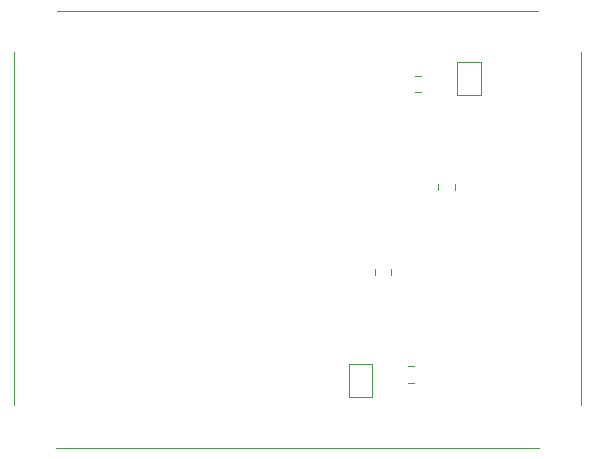
<source format=gbr>
G04 #@! TF.GenerationSoftware,KiCad,Pcbnew,(5.1.4)-1*
G04 #@! TF.CreationDate,2020-11-09T20:47:03-05:00*
G04 #@! TF.ProjectId,icepool-board,69636570-6f6f-46c2-9d62-6f6172642e6b,2020-04*
G04 #@! TF.SameCoordinates,Original*
G04 #@! TF.FileFunction,Legend,Bot*
G04 #@! TF.FilePolarity,Positive*
%FSLAX46Y46*%
G04 Gerber Fmt 4.6, Leading zero omitted, Abs format (unit mm)*
G04 Created by KiCad (PCBNEW (5.1.4)-1) date 2020-11-09 20:47:03*
%MOMM*%
%LPD*%
G04 APERTURE LIST*
%ADD10C,0.050000*%
%ADD11C,0.120000*%
%ADD12C,0.100000*%
%ADD13R,1.101600X1.101600*%
%ADD14C,0.901600*%
%ADD15C,0.150000*%
%ADD16C,0.691600*%
%ADD17R,1.601600X1.101600*%
%ADD18O,1.801600X1.801600*%
%ADD19R,1.801600X1.801600*%
%ADD20O,2.001600X1.301600*%
%ADD21C,1.551600*%
%ADD22C,5.101600*%
%ADD23C,1.076600*%
G04 APERTURE END LIST*
D10*
X25500000Y-88500000D02*
X25500000Y-51500000D01*
X73500000Y-88500000D02*
X25500000Y-88500000D01*
X73500000Y-51500000D02*
X73500000Y-88500000D01*
X25500000Y-51500000D02*
X73500000Y-51500000D01*
D11*
G04 #@! TO.C,JP2*
X55800000Y-84200000D02*
X55800000Y-81400000D01*
X55800000Y-81400000D02*
X53800000Y-81400000D01*
X53800000Y-81400000D02*
X53800000Y-84200000D01*
X53800000Y-84200000D02*
X55800000Y-84200000D01*
G04 #@! TO.C,JP1*
X63000000Y-55800000D02*
X63000000Y-58600000D01*
X63000000Y-58600000D02*
X65000000Y-58600000D01*
X65000000Y-58600000D02*
X65000000Y-55800000D01*
X65000000Y-55800000D02*
X63000000Y-55800000D01*
G04 #@! TO.C,C46*
X58841422Y-81590000D02*
X59358578Y-81590000D01*
X58841422Y-83010000D02*
X59358578Y-83010000D01*
G04 #@! TO.C,C45*
X55990000Y-73858578D02*
X55990000Y-73341422D01*
X57410000Y-73858578D02*
X57410000Y-73341422D01*
G04 #@! TO.C,C26*
X59958578Y-58410000D02*
X59441422Y-58410000D01*
X59958578Y-56990000D02*
X59441422Y-56990000D01*
G04 #@! TO.C,C25*
X62810000Y-66141422D02*
X62810000Y-66658578D01*
X61390000Y-66141422D02*
X61390000Y-66658578D01*
G04 #@! TD*
%LPC*%
D12*
X45344523Y-54311904D02*
X45344523Y-53778571D01*
X45344523Y-53511904D02*
X45382619Y-53550000D01*
X45344523Y-53588095D01*
X45306428Y-53550000D01*
X45344523Y-53511904D01*
X45344523Y-53588095D01*
X44620714Y-54273809D02*
X44696904Y-54311904D01*
X44849285Y-54311904D01*
X44925476Y-54273809D01*
X44963571Y-54235714D01*
X45001666Y-54159523D01*
X45001666Y-53930952D01*
X44963571Y-53854761D01*
X44925476Y-53816666D01*
X44849285Y-53778571D01*
X44696904Y-53778571D01*
X44620714Y-53816666D01*
X43973095Y-54273809D02*
X44049285Y-54311904D01*
X44201666Y-54311904D01*
X44277857Y-54273809D01*
X44315952Y-54197619D01*
X44315952Y-53892857D01*
X44277857Y-53816666D01*
X44201666Y-53778571D01*
X44049285Y-53778571D01*
X43973095Y-53816666D01*
X43935000Y-53892857D01*
X43935000Y-53969047D01*
X44315952Y-54045238D01*
X43592142Y-53778571D02*
X43592142Y-54578571D01*
X43592142Y-53816666D02*
X43515952Y-53778571D01*
X43363571Y-53778571D01*
X43287380Y-53816666D01*
X43249285Y-53854761D01*
X43211190Y-53930952D01*
X43211190Y-54159523D01*
X43249285Y-54235714D01*
X43287380Y-54273809D01*
X43363571Y-54311904D01*
X43515952Y-54311904D01*
X43592142Y-54273809D01*
X42754047Y-54311904D02*
X42830238Y-54273809D01*
X42868333Y-54235714D01*
X42906428Y-54159523D01*
X42906428Y-53930952D01*
X42868333Y-53854761D01*
X42830238Y-53816666D01*
X42754047Y-53778571D01*
X42639761Y-53778571D01*
X42563571Y-53816666D01*
X42525476Y-53854761D01*
X42487380Y-53930952D01*
X42487380Y-54159523D01*
X42525476Y-54235714D01*
X42563571Y-54273809D01*
X42639761Y-54311904D01*
X42754047Y-54311904D01*
X42030238Y-54311904D02*
X42106428Y-54273809D01*
X42144523Y-54235714D01*
X42182619Y-54159523D01*
X42182619Y-53930952D01*
X42144523Y-53854761D01*
X42106428Y-53816666D01*
X42030238Y-53778571D01*
X41915952Y-53778571D01*
X41839761Y-53816666D01*
X41801666Y-53854761D01*
X41763571Y-53930952D01*
X41763571Y-54159523D01*
X41801666Y-54235714D01*
X41839761Y-54273809D01*
X41915952Y-54311904D01*
X42030238Y-54311904D01*
X41306428Y-54311904D02*
X41382619Y-54273809D01*
X41420714Y-54197619D01*
X41420714Y-53511904D01*
X41001666Y-54007142D02*
X40392142Y-54007142D01*
X40011190Y-54311904D02*
X40011190Y-53511904D01*
X40011190Y-53816666D02*
X39935000Y-53778571D01*
X39782619Y-53778571D01*
X39706428Y-53816666D01*
X39668333Y-53854761D01*
X39630238Y-53930952D01*
X39630238Y-54159523D01*
X39668333Y-54235714D01*
X39706428Y-54273809D01*
X39782619Y-54311904D01*
X39935000Y-54311904D01*
X40011190Y-54273809D01*
X39173095Y-54311904D02*
X39249285Y-54273809D01*
X39287380Y-54235714D01*
X39325476Y-54159523D01*
X39325476Y-53930952D01*
X39287380Y-53854761D01*
X39249285Y-53816666D01*
X39173095Y-53778571D01*
X39058809Y-53778571D01*
X38982619Y-53816666D01*
X38944523Y-53854761D01*
X38906428Y-53930952D01*
X38906428Y-54159523D01*
X38944523Y-54235714D01*
X38982619Y-54273809D01*
X39058809Y-54311904D01*
X39173095Y-54311904D01*
X38220714Y-54311904D02*
X38220714Y-53892857D01*
X38258809Y-53816666D01*
X38335000Y-53778571D01*
X38487380Y-53778571D01*
X38563571Y-53816666D01*
X38220714Y-54273809D02*
X38296904Y-54311904D01*
X38487380Y-54311904D01*
X38563571Y-54273809D01*
X38601666Y-54197619D01*
X38601666Y-54121428D01*
X38563571Y-54045238D01*
X38487380Y-54007142D01*
X38296904Y-54007142D01*
X38220714Y-53969047D01*
X37839761Y-54311904D02*
X37839761Y-53778571D01*
X37839761Y-53930952D02*
X37801666Y-53854761D01*
X37763571Y-53816666D01*
X37687380Y-53778571D01*
X37611190Y-53778571D01*
X37001666Y-54311904D02*
X37001666Y-53511904D01*
X37001666Y-54273809D02*
X37077857Y-54311904D01*
X37230238Y-54311904D01*
X37306428Y-54273809D01*
X37344523Y-54235714D01*
X37382619Y-54159523D01*
X37382619Y-53930952D01*
X37344523Y-53854761D01*
X37306428Y-53816666D01*
X37230238Y-53778571D01*
X37077857Y-53778571D01*
X37001666Y-53816666D01*
X36049285Y-53588095D02*
X36011190Y-53550000D01*
X35935000Y-53511904D01*
X35744523Y-53511904D01*
X35668333Y-53550000D01*
X35630238Y-53588095D01*
X35592142Y-53664285D01*
X35592142Y-53740476D01*
X35630238Y-53854761D01*
X36087380Y-54311904D01*
X35592142Y-54311904D01*
X35096904Y-53511904D02*
X35020714Y-53511904D01*
X34944523Y-53550000D01*
X34906428Y-53588095D01*
X34868333Y-53664285D01*
X34830238Y-53816666D01*
X34830238Y-54007142D01*
X34868333Y-54159523D01*
X34906428Y-54235714D01*
X34944523Y-54273809D01*
X35020714Y-54311904D01*
X35096904Y-54311904D01*
X35173095Y-54273809D01*
X35211190Y-54235714D01*
X35249285Y-54159523D01*
X35287380Y-54007142D01*
X35287380Y-53816666D01*
X35249285Y-53664285D01*
X35211190Y-53588095D01*
X35173095Y-53550000D01*
X35096904Y-53511904D01*
X34525476Y-53588095D02*
X34487380Y-53550000D01*
X34411190Y-53511904D01*
X34220714Y-53511904D01*
X34144523Y-53550000D01*
X34106428Y-53588095D01*
X34068333Y-53664285D01*
X34068333Y-53740476D01*
X34106428Y-53854761D01*
X34563571Y-54311904D01*
X34068333Y-54311904D01*
X33573095Y-53511904D02*
X33496904Y-53511904D01*
X33420714Y-53550000D01*
X33382619Y-53588095D01*
X33344523Y-53664285D01*
X33306428Y-53816666D01*
X33306428Y-54007142D01*
X33344523Y-54159523D01*
X33382619Y-54235714D01*
X33420714Y-54273809D01*
X33496904Y-54311904D01*
X33573095Y-54311904D01*
X33649285Y-54273809D01*
X33687380Y-54235714D01*
X33725476Y-54159523D01*
X33763571Y-54007142D01*
X33763571Y-53816666D01*
X33725476Y-53664285D01*
X33687380Y-53588095D01*
X33649285Y-53550000D01*
X33573095Y-53511904D01*
X32963571Y-54007142D02*
X32354047Y-54007142D01*
X31820714Y-53511904D02*
X31744523Y-53511904D01*
X31668333Y-53550000D01*
X31630238Y-53588095D01*
X31592142Y-53664285D01*
X31554047Y-53816666D01*
X31554047Y-54007142D01*
X31592142Y-54159523D01*
X31630238Y-54235714D01*
X31668333Y-54273809D01*
X31744523Y-54311904D01*
X31820714Y-54311904D01*
X31896904Y-54273809D01*
X31935000Y-54235714D01*
X31973095Y-54159523D01*
X32011190Y-54007142D01*
X32011190Y-53816666D01*
X31973095Y-53664285D01*
X31935000Y-53588095D01*
X31896904Y-53550000D01*
X31820714Y-53511904D01*
X30868333Y-53778571D02*
X30868333Y-54311904D01*
X31058809Y-53473809D02*
X31249285Y-54045238D01*
X30754047Y-54045238D01*
X45458809Y-55078571D02*
X45154047Y-55078571D01*
X45344523Y-55611904D02*
X45344523Y-54926190D01*
X45306428Y-54850000D01*
X45230238Y-54811904D01*
X45154047Y-54811904D01*
X44773095Y-55611904D02*
X44849285Y-55573809D01*
X44887380Y-55535714D01*
X44925476Y-55459523D01*
X44925476Y-55230952D01*
X44887380Y-55154761D01*
X44849285Y-55116666D01*
X44773095Y-55078571D01*
X44658809Y-55078571D01*
X44582619Y-55116666D01*
X44544523Y-55154761D01*
X44506428Y-55230952D01*
X44506428Y-55459523D01*
X44544523Y-55535714D01*
X44582619Y-55573809D01*
X44658809Y-55611904D01*
X44773095Y-55611904D01*
X43820714Y-55078571D02*
X43820714Y-55611904D01*
X44163571Y-55078571D02*
X44163571Y-55497619D01*
X44125476Y-55573809D01*
X44049285Y-55611904D01*
X43935000Y-55611904D01*
X43858809Y-55573809D01*
X43820714Y-55535714D01*
X43439761Y-55611904D02*
X43439761Y-55078571D01*
X43439761Y-55230952D02*
X43401666Y-55154761D01*
X43363571Y-55116666D01*
X43287380Y-55078571D01*
X43211190Y-55078571D01*
X42982619Y-55573809D02*
X42906428Y-55611904D01*
X42754047Y-55611904D01*
X42677857Y-55573809D01*
X42639761Y-55497619D01*
X42639761Y-55459523D01*
X42677857Y-55383333D01*
X42754047Y-55345238D01*
X42868333Y-55345238D01*
X42944523Y-55307142D01*
X42982619Y-55230952D01*
X42982619Y-55192857D01*
X42944523Y-55116666D01*
X42868333Y-55078571D01*
X42754047Y-55078571D01*
X42677857Y-55116666D01*
X42296904Y-55611904D02*
X42296904Y-55078571D01*
X42296904Y-54811904D02*
X42335000Y-54850000D01*
X42296904Y-54888095D01*
X42258809Y-54850000D01*
X42296904Y-54811904D01*
X42296904Y-54888095D01*
X41573095Y-55611904D02*
X41573095Y-54811904D01*
X41573095Y-55573809D02*
X41649285Y-55611904D01*
X41801666Y-55611904D01*
X41877857Y-55573809D01*
X41915952Y-55535714D01*
X41954047Y-55459523D01*
X41954047Y-55230952D01*
X41915952Y-55154761D01*
X41877857Y-55116666D01*
X41801666Y-55078571D01*
X41649285Y-55078571D01*
X41573095Y-55116666D01*
X40887380Y-55573809D02*
X40963571Y-55611904D01*
X41115952Y-55611904D01*
X41192142Y-55573809D01*
X41230238Y-55497619D01*
X41230238Y-55192857D01*
X41192142Y-55116666D01*
X41115952Y-55078571D01*
X40963571Y-55078571D01*
X40887380Y-55116666D01*
X40849285Y-55192857D01*
X40849285Y-55269047D01*
X41230238Y-55345238D01*
X40506428Y-55535714D02*
X40468333Y-55573809D01*
X40506428Y-55611904D01*
X40544523Y-55573809D01*
X40506428Y-55535714D01*
X40506428Y-55611904D01*
X40125476Y-55611904D02*
X40125476Y-55078571D01*
X40125476Y-54811904D02*
X40163571Y-54850000D01*
X40125476Y-54888095D01*
X40087380Y-54850000D01*
X40125476Y-54811904D01*
X40125476Y-54888095D01*
X39630238Y-55611904D02*
X39706428Y-55573809D01*
X39744523Y-55535714D01*
X39782619Y-55459523D01*
X39782619Y-55230952D01*
X39744523Y-55154761D01*
X39706428Y-55116666D01*
X39630238Y-55078571D01*
X39515952Y-55078571D01*
X39439761Y-55116666D01*
X39401666Y-55154761D01*
X39363571Y-55230952D01*
X39363571Y-55459523D01*
X39401666Y-55535714D01*
X39439761Y-55573809D01*
X39515952Y-55611904D01*
X39630238Y-55611904D01*
D13*
G04 #@! TO.C,TP6*
X51900000Y-76400000D03*
G04 #@! TD*
G04 #@! TO.C,TP5*
X66900000Y-63600000D03*
G04 #@! TD*
G04 #@! TO.C,TP4*
X51900000Y-63600000D03*
G04 #@! TD*
G04 #@! TO.C,TP3*
X51900000Y-78400000D03*
G04 #@! TD*
G04 #@! TO.C,TP2*
X66900000Y-61600000D03*
G04 #@! TD*
G04 #@! TO.C,TP1*
X51900000Y-61600000D03*
G04 #@! TD*
D14*
G04 #@! TO.C,SW1*
X34500000Y-80000000D03*
G04 #@! TD*
D15*
G04 #@! TO.C,R10*
G36*
X60474847Y-83430033D02*
G01*
X60491631Y-83432522D01*
X60508090Y-83436645D01*
X60524066Y-83442361D01*
X60539404Y-83449616D01*
X60553958Y-83458339D01*
X60567587Y-83468446D01*
X60580159Y-83479841D01*
X60591554Y-83492413D01*
X60601661Y-83506042D01*
X60610384Y-83520596D01*
X60617639Y-83535934D01*
X60623355Y-83551910D01*
X60627478Y-83568369D01*
X60629967Y-83585153D01*
X60630800Y-83602100D01*
X60630800Y-83997900D01*
X60629967Y-84014847D01*
X60627478Y-84031631D01*
X60623355Y-84048090D01*
X60617639Y-84064066D01*
X60610384Y-84079404D01*
X60601661Y-84093958D01*
X60591554Y-84107587D01*
X60580159Y-84120159D01*
X60567587Y-84131554D01*
X60553958Y-84141661D01*
X60539404Y-84150384D01*
X60524066Y-84157639D01*
X60508090Y-84163355D01*
X60491631Y-84167478D01*
X60474847Y-84169967D01*
X60457900Y-84170800D01*
X60112100Y-84170800D01*
X60095153Y-84169967D01*
X60078369Y-84167478D01*
X60061910Y-84163355D01*
X60045934Y-84157639D01*
X60030596Y-84150384D01*
X60016042Y-84141661D01*
X60002413Y-84131554D01*
X59989841Y-84120159D01*
X59978446Y-84107587D01*
X59968339Y-84093958D01*
X59959616Y-84079404D01*
X59952361Y-84064066D01*
X59946645Y-84048090D01*
X59942522Y-84031631D01*
X59940033Y-84014847D01*
X59939200Y-83997900D01*
X59939200Y-83602100D01*
X59940033Y-83585153D01*
X59942522Y-83568369D01*
X59946645Y-83551910D01*
X59952361Y-83535934D01*
X59959616Y-83520596D01*
X59968339Y-83506042D01*
X59978446Y-83492413D01*
X59989841Y-83479841D01*
X60002413Y-83468446D01*
X60016042Y-83458339D01*
X60030596Y-83449616D01*
X60045934Y-83442361D01*
X60061910Y-83436645D01*
X60078369Y-83432522D01*
X60095153Y-83430033D01*
X60112100Y-83429200D01*
X60457900Y-83429200D01*
X60474847Y-83430033D01*
X60474847Y-83430033D01*
G37*
D16*
X60285000Y-83800000D03*
D15*
G36*
X59504847Y-83430033D02*
G01*
X59521631Y-83432522D01*
X59538090Y-83436645D01*
X59554066Y-83442361D01*
X59569404Y-83449616D01*
X59583958Y-83458339D01*
X59597587Y-83468446D01*
X59610159Y-83479841D01*
X59621554Y-83492413D01*
X59631661Y-83506042D01*
X59640384Y-83520596D01*
X59647639Y-83535934D01*
X59653355Y-83551910D01*
X59657478Y-83568369D01*
X59659967Y-83585153D01*
X59660800Y-83602100D01*
X59660800Y-83997900D01*
X59659967Y-84014847D01*
X59657478Y-84031631D01*
X59653355Y-84048090D01*
X59647639Y-84064066D01*
X59640384Y-84079404D01*
X59631661Y-84093958D01*
X59621554Y-84107587D01*
X59610159Y-84120159D01*
X59597587Y-84131554D01*
X59583958Y-84141661D01*
X59569404Y-84150384D01*
X59554066Y-84157639D01*
X59538090Y-84163355D01*
X59521631Y-84167478D01*
X59504847Y-84169967D01*
X59487900Y-84170800D01*
X59142100Y-84170800D01*
X59125153Y-84169967D01*
X59108369Y-84167478D01*
X59091910Y-84163355D01*
X59075934Y-84157639D01*
X59060596Y-84150384D01*
X59046042Y-84141661D01*
X59032413Y-84131554D01*
X59019841Y-84120159D01*
X59008446Y-84107587D01*
X58998339Y-84093958D01*
X58989616Y-84079404D01*
X58982361Y-84064066D01*
X58976645Y-84048090D01*
X58972522Y-84031631D01*
X58970033Y-84014847D01*
X58969200Y-83997900D01*
X58969200Y-83602100D01*
X58970033Y-83585153D01*
X58972522Y-83568369D01*
X58976645Y-83551910D01*
X58982361Y-83535934D01*
X58989616Y-83520596D01*
X58998339Y-83506042D01*
X59008446Y-83492413D01*
X59019841Y-83479841D01*
X59032413Y-83468446D01*
X59046042Y-83458339D01*
X59060596Y-83449616D01*
X59075934Y-83442361D01*
X59091910Y-83436645D01*
X59108369Y-83432522D01*
X59125153Y-83430033D01*
X59142100Y-83429200D01*
X59487900Y-83429200D01*
X59504847Y-83430033D01*
X59504847Y-83430033D01*
G37*
D16*
X59315000Y-83800000D03*
G04 #@! TD*
D15*
G04 #@! TO.C,R9*
G36*
X55414848Y-74740033D02*
G01*
X55431632Y-74742522D01*
X55448091Y-74746645D01*
X55464067Y-74752361D01*
X55479405Y-74759616D01*
X55493959Y-74768339D01*
X55507588Y-74778446D01*
X55520160Y-74789841D01*
X55531555Y-74802413D01*
X55541662Y-74816042D01*
X55550385Y-74830596D01*
X55557640Y-74845934D01*
X55563356Y-74861910D01*
X55567479Y-74878369D01*
X55569968Y-74895153D01*
X55570801Y-74912100D01*
X55570801Y-75257900D01*
X55569968Y-75274847D01*
X55567479Y-75291631D01*
X55563356Y-75308090D01*
X55557640Y-75324066D01*
X55550385Y-75339404D01*
X55541662Y-75353958D01*
X55531555Y-75367587D01*
X55520160Y-75380159D01*
X55507588Y-75391554D01*
X55493959Y-75401661D01*
X55479405Y-75410384D01*
X55464067Y-75417639D01*
X55448091Y-75423355D01*
X55431632Y-75427478D01*
X55414848Y-75429967D01*
X55397901Y-75430800D01*
X55002101Y-75430800D01*
X54985154Y-75429967D01*
X54968370Y-75427478D01*
X54951911Y-75423355D01*
X54935935Y-75417639D01*
X54920597Y-75410384D01*
X54906043Y-75401661D01*
X54892414Y-75391554D01*
X54879842Y-75380159D01*
X54868447Y-75367587D01*
X54858340Y-75353958D01*
X54849617Y-75339404D01*
X54842362Y-75324066D01*
X54836646Y-75308090D01*
X54832523Y-75291631D01*
X54830034Y-75274847D01*
X54829201Y-75257900D01*
X54829201Y-74912100D01*
X54830034Y-74895153D01*
X54832523Y-74878369D01*
X54836646Y-74861910D01*
X54842362Y-74845934D01*
X54849617Y-74830596D01*
X54858340Y-74816042D01*
X54868447Y-74802413D01*
X54879842Y-74789841D01*
X54892414Y-74778446D01*
X54906043Y-74768339D01*
X54920597Y-74759616D01*
X54935935Y-74752361D01*
X54951911Y-74746645D01*
X54968370Y-74742522D01*
X54985154Y-74740033D01*
X55002101Y-74739200D01*
X55397901Y-74739200D01*
X55414848Y-74740033D01*
X55414848Y-74740033D01*
G37*
D16*
X55200001Y-75085000D03*
D15*
G36*
X55414848Y-73770033D02*
G01*
X55431632Y-73772522D01*
X55448091Y-73776645D01*
X55464067Y-73782361D01*
X55479405Y-73789616D01*
X55493959Y-73798339D01*
X55507588Y-73808446D01*
X55520160Y-73819841D01*
X55531555Y-73832413D01*
X55541662Y-73846042D01*
X55550385Y-73860596D01*
X55557640Y-73875934D01*
X55563356Y-73891910D01*
X55567479Y-73908369D01*
X55569968Y-73925153D01*
X55570801Y-73942100D01*
X55570801Y-74287900D01*
X55569968Y-74304847D01*
X55567479Y-74321631D01*
X55563356Y-74338090D01*
X55557640Y-74354066D01*
X55550385Y-74369404D01*
X55541662Y-74383958D01*
X55531555Y-74397587D01*
X55520160Y-74410159D01*
X55507588Y-74421554D01*
X55493959Y-74431661D01*
X55479405Y-74440384D01*
X55464067Y-74447639D01*
X55448091Y-74453355D01*
X55431632Y-74457478D01*
X55414848Y-74459967D01*
X55397901Y-74460800D01*
X55002101Y-74460800D01*
X54985154Y-74459967D01*
X54968370Y-74457478D01*
X54951911Y-74453355D01*
X54935935Y-74447639D01*
X54920597Y-74440384D01*
X54906043Y-74431661D01*
X54892414Y-74421554D01*
X54879842Y-74410159D01*
X54868447Y-74397587D01*
X54858340Y-74383958D01*
X54849617Y-74369404D01*
X54842362Y-74354066D01*
X54836646Y-74338090D01*
X54832523Y-74321631D01*
X54830034Y-74304847D01*
X54829201Y-74287900D01*
X54829201Y-73942100D01*
X54830034Y-73925153D01*
X54832523Y-73908369D01*
X54836646Y-73891910D01*
X54842362Y-73875934D01*
X54849617Y-73860596D01*
X54858340Y-73846042D01*
X54868447Y-73832413D01*
X54879842Y-73819841D01*
X54892414Y-73808446D01*
X54906043Y-73798339D01*
X54920597Y-73789616D01*
X54935935Y-73782361D01*
X54951911Y-73776645D01*
X54968370Y-73772522D01*
X54985154Y-73770033D01*
X55002101Y-73769200D01*
X55397901Y-73769200D01*
X55414848Y-73770033D01*
X55414848Y-73770033D01*
G37*
D16*
X55200001Y-74115000D03*
G04 #@! TD*
D15*
G04 #@! TO.C,R7*
G36*
X58604847Y-55830033D02*
G01*
X58621631Y-55832522D01*
X58638090Y-55836645D01*
X58654066Y-55842361D01*
X58669404Y-55849616D01*
X58683958Y-55858339D01*
X58697587Y-55868446D01*
X58710159Y-55879841D01*
X58721554Y-55892413D01*
X58731661Y-55906042D01*
X58740384Y-55920596D01*
X58747639Y-55935934D01*
X58753355Y-55951910D01*
X58757478Y-55968369D01*
X58759967Y-55985153D01*
X58760800Y-56002100D01*
X58760800Y-56397900D01*
X58759967Y-56414847D01*
X58757478Y-56431631D01*
X58753355Y-56448090D01*
X58747639Y-56464066D01*
X58740384Y-56479404D01*
X58731661Y-56493958D01*
X58721554Y-56507587D01*
X58710159Y-56520159D01*
X58697587Y-56531554D01*
X58683958Y-56541661D01*
X58669404Y-56550384D01*
X58654066Y-56557639D01*
X58638090Y-56563355D01*
X58621631Y-56567478D01*
X58604847Y-56569967D01*
X58587900Y-56570800D01*
X58242100Y-56570800D01*
X58225153Y-56569967D01*
X58208369Y-56567478D01*
X58191910Y-56563355D01*
X58175934Y-56557639D01*
X58160596Y-56550384D01*
X58146042Y-56541661D01*
X58132413Y-56531554D01*
X58119841Y-56520159D01*
X58108446Y-56507587D01*
X58098339Y-56493958D01*
X58089616Y-56479404D01*
X58082361Y-56464066D01*
X58076645Y-56448090D01*
X58072522Y-56431631D01*
X58070033Y-56414847D01*
X58069200Y-56397900D01*
X58069200Y-56002100D01*
X58070033Y-55985153D01*
X58072522Y-55968369D01*
X58076645Y-55951910D01*
X58082361Y-55935934D01*
X58089616Y-55920596D01*
X58098339Y-55906042D01*
X58108446Y-55892413D01*
X58119841Y-55879841D01*
X58132413Y-55868446D01*
X58146042Y-55858339D01*
X58160596Y-55849616D01*
X58175934Y-55842361D01*
X58191910Y-55836645D01*
X58208369Y-55832522D01*
X58225153Y-55830033D01*
X58242100Y-55829200D01*
X58587900Y-55829200D01*
X58604847Y-55830033D01*
X58604847Y-55830033D01*
G37*
D16*
X58415000Y-56200000D03*
D15*
G36*
X59574847Y-55830033D02*
G01*
X59591631Y-55832522D01*
X59608090Y-55836645D01*
X59624066Y-55842361D01*
X59639404Y-55849616D01*
X59653958Y-55858339D01*
X59667587Y-55868446D01*
X59680159Y-55879841D01*
X59691554Y-55892413D01*
X59701661Y-55906042D01*
X59710384Y-55920596D01*
X59717639Y-55935934D01*
X59723355Y-55951910D01*
X59727478Y-55968369D01*
X59729967Y-55985153D01*
X59730800Y-56002100D01*
X59730800Y-56397900D01*
X59729967Y-56414847D01*
X59727478Y-56431631D01*
X59723355Y-56448090D01*
X59717639Y-56464066D01*
X59710384Y-56479404D01*
X59701661Y-56493958D01*
X59691554Y-56507587D01*
X59680159Y-56520159D01*
X59667587Y-56531554D01*
X59653958Y-56541661D01*
X59639404Y-56550384D01*
X59624066Y-56557639D01*
X59608090Y-56563355D01*
X59591631Y-56567478D01*
X59574847Y-56569967D01*
X59557900Y-56570800D01*
X59212100Y-56570800D01*
X59195153Y-56569967D01*
X59178369Y-56567478D01*
X59161910Y-56563355D01*
X59145934Y-56557639D01*
X59130596Y-56550384D01*
X59116042Y-56541661D01*
X59102413Y-56531554D01*
X59089841Y-56520159D01*
X59078446Y-56507587D01*
X59068339Y-56493958D01*
X59059616Y-56479404D01*
X59052361Y-56464066D01*
X59046645Y-56448090D01*
X59042522Y-56431631D01*
X59040033Y-56414847D01*
X59039200Y-56397900D01*
X59039200Y-56002100D01*
X59040033Y-55985153D01*
X59042522Y-55968369D01*
X59046645Y-55951910D01*
X59052361Y-55935934D01*
X59059616Y-55920596D01*
X59068339Y-55906042D01*
X59078446Y-55892413D01*
X59089841Y-55879841D01*
X59102413Y-55868446D01*
X59116042Y-55858339D01*
X59130596Y-55849616D01*
X59145934Y-55842361D01*
X59161910Y-55836645D01*
X59178369Y-55832522D01*
X59195153Y-55830033D01*
X59212100Y-55829200D01*
X59557900Y-55829200D01*
X59574847Y-55830033D01*
X59574847Y-55830033D01*
G37*
D16*
X59385000Y-56200000D03*
G04 #@! TD*
D15*
G04 #@! TO.C,R6*
G36*
X63814847Y-64570033D02*
G01*
X63831631Y-64572522D01*
X63848090Y-64576645D01*
X63864066Y-64582361D01*
X63879404Y-64589616D01*
X63893958Y-64598339D01*
X63907587Y-64608446D01*
X63920159Y-64619841D01*
X63931554Y-64632413D01*
X63941661Y-64646042D01*
X63950384Y-64660596D01*
X63957639Y-64675934D01*
X63963355Y-64691910D01*
X63967478Y-64708369D01*
X63969967Y-64725153D01*
X63970800Y-64742100D01*
X63970800Y-65087900D01*
X63969967Y-65104847D01*
X63967478Y-65121631D01*
X63963355Y-65138090D01*
X63957639Y-65154066D01*
X63950384Y-65169404D01*
X63941661Y-65183958D01*
X63931554Y-65197587D01*
X63920159Y-65210159D01*
X63907587Y-65221554D01*
X63893958Y-65231661D01*
X63879404Y-65240384D01*
X63864066Y-65247639D01*
X63848090Y-65253355D01*
X63831631Y-65257478D01*
X63814847Y-65259967D01*
X63797900Y-65260800D01*
X63402100Y-65260800D01*
X63385153Y-65259967D01*
X63368369Y-65257478D01*
X63351910Y-65253355D01*
X63335934Y-65247639D01*
X63320596Y-65240384D01*
X63306042Y-65231661D01*
X63292413Y-65221554D01*
X63279841Y-65210159D01*
X63268446Y-65197587D01*
X63258339Y-65183958D01*
X63249616Y-65169404D01*
X63242361Y-65154066D01*
X63236645Y-65138090D01*
X63232522Y-65121631D01*
X63230033Y-65104847D01*
X63229200Y-65087900D01*
X63229200Y-64742100D01*
X63230033Y-64725153D01*
X63232522Y-64708369D01*
X63236645Y-64691910D01*
X63242361Y-64675934D01*
X63249616Y-64660596D01*
X63258339Y-64646042D01*
X63268446Y-64632413D01*
X63279841Y-64619841D01*
X63292413Y-64608446D01*
X63306042Y-64598339D01*
X63320596Y-64589616D01*
X63335934Y-64582361D01*
X63351910Y-64576645D01*
X63368369Y-64572522D01*
X63385153Y-64570033D01*
X63402100Y-64569200D01*
X63797900Y-64569200D01*
X63814847Y-64570033D01*
X63814847Y-64570033D01*
G37*
D16*
X63600000Y-64915000D03*
D15*
G36*
X63814847Y-65540033D02*
G01*
X63831631Y-65542522D01*
X63848090Y-65546645D01*
X63864066Y-65552361D01*
X63879404Y-65559616D01*
X63893958Y-65568339D01*
X63907587Y-65578446D01*
X63920159Y-65589841D01*
X63931554Y-65602413D01*
X63941661Y-65616042D01*
X63950384Y-65630596D01*
X63957639Y-65645934D01*
X63963355Y-65661910D01*
X63967478Y-65678369D01*
X63969967Y-65695153D01*
X63970800Y-65712100D01*
X63970800Y-66057900D01*
X63969967Y-66074847D01*
X63967478Y-66091631D01*
X63963355Y-66108090D01*
X63957639Y-66124066D01*
X63950384Y-66139404D01*
X63941661Y-66153958D01*
X63931554Y-66167587D01*
X63920159Y-66180159D01*
X63907587Y-66191554D01*
X63893958Y-66201661D01*
X63879404Y-66210384D01*
X63864066Y-66217639D01*
X63848090Y-66223355D01*
X63831631Y-66227478D01*
X63814847Y-66229967D01*
X63797900Y-66230800D01*
X63402100Y-66230800D01*
X63385153Y-66229967D01*
X63368369Y-66227478D01*
X63351910Y-66223355D01*
X63335934Y-66217639D01*
X63320596Y-66210384D01*
X63306042Y-66201661D01*
X63292413Y-66191554D01*
X63279841Y-66180159D01*
X63268446Y-66167587D01*
X63258339Y-66153958D01*
X63249616Y-66139404D01*
X63242361Y-66124066D01*
X63236645Y-66108090D01*
X63232522Y-66091631D01*
X63230033Y-66074847D01*
X63229200Y-66057900D01*
X63229200Y-65712100D01*
X63230033Y-65695153D01*
X63232522Y-65678369D01*
X63236645Y-65661910D01*
X63242361Y-65645934D01*
X63249616Y-65630596D01*
X63258339Y-65616042D01*
X63268446Y-65602413D01*
X63279841Y-65589841D01*
X63292413Y-65578446D01*
X63306042Y-65568339D01*
X63320596Y-65559616D01*
X63335934Y-65552361D01*
X63351910Y-65546645D01*
X63368369Y-65542522D01*
X63385153Y-65540033D01*
X63402100Y-65539200D01*
X63797900Y-65539200D01*
X63814847Y-65540033D01*
X63814847Y-65540033D01*
G37*
D16*
X63600000Y-65885000D03*
G04 #@! TD*
D17*
G04 #@! TO.C,JP2*
X54800000Y-82150000D03*
X54800000Y-83450000D03*
G04 #@! TD*
G04 #@! TO.C,JP1*
X64000000Y-57850000D03*
X64000000Y-56550000D03*
G04 #@! TD*
D18*
G04 #@! TO.C,J5*
X38840000Y-86500000D03*
X41380000Y-86500000D03*
X43920000Y-86500000D03*
X46460000Y-86500000D03*
D19*
X49000000Y-86500000D03*
G04 #@! TD*
D18*
G04 #@! TO.C,J3*
X35040000Y-86500000D03*
D19*
X32500000Y-86500000D03*
G04 #@! TD*
D20*
G04 #@! TO.C,J2*
X26962500Y-73500000D03*
X26962500Y-66500000D03*
D21*
X29662500Y-72500000D03*
X29662500Y-67500000D03*
G04 #@! TD*
D18*
G04 #@! TO.C,J1*
X27500000Y-63000000D03*
D19*
X27500000Y-60460000D03*
G04 #@! TD*
D14*
G04 #@! TO.C,H4*
X28325825Y-85674175D03*
X27000000Y-85125000D03*
X25674175Y-85674175D03*
X25125000Y-87000000D03*
X25674175Y-88325825D03*
X27000000Y-88875000D03*
X28325825Y-88325825D03*
X28875000Y-87000000D03*
D22*
X27000000Y-87000000D03*
G04 #@! TD*
D14*
G04 #@! TO.C,H3*
X73325825Y-85674175D03*
X72000000Y-85125000D03*
X70674175Y-85674175D03*
X70125000Y-87000000D03*
X70674175Y-88325825D03*
X72000000Y-88875000D03*
X73325825Y-88325825D03*
X73875000Y-87000000D03*
D22*
X72000000Y-87000000D03*
G04 #@! TD*
D14*
G04 #@! TO.C,H2*
X73325825Y-51674175D03*
X72000000Y-51125000D03*
X70674175Y-51674175D03*
X70125000Y-53000000D03*
X70674175Y-54325825D03*
X72000000Y-54875000D03*
X73325825Y-54325825D03*
X73875000Y-53000000D03*
D22*
X72000000Y-53000000D03*
G04 #@! TD*
D14*
G04 #@! TO.C,H1*
X28325825Y-51674175D03*
X27000000Y-51125000D03*
X25674175Y-51674175D03*
X25125000Y-53000000D03*
X25674175Y-54325825D03*
X27000000Y-54875000D03*
X28325825Y-54325825D03*
X28875000Y-53000000D03*
D22*
X27000000Y-53000000D03*
G04 #@! TD*
D15*
G04 #@! TO.C,C50*
G36*
X60474847Y-80430033D02*
G01*
X60491631Y-80432522D01*
X60508090Y-80436645D01*
X60524066Y-80442361D01*
X60539404Y-80449616D01*
X60553958Y-80458339D01*
X60567587Y-80468446D01*
X60580159Y-80479841D01*
X60591554Y-80492413D01*
X60601661Y-80506042D01*
X60610384Y-80520596D01*
X60617639Y-80535934D01*
X60623355Y-80551910D01*
X60627478Y-80568369D01*
X60629967Y-80585153D01*
X60630800Y-80602100D01*
X60630800Y-80997900D01*
X60629967Y-81014847D01*
X60627478Y-81031631D01*
X60623355Y-81048090D01*
X60617639Y-81064066D01*
X60610384Y-81079404D01*
X60601661Y-81093958D01*
X60591554Y-81107587D01*
X60580159Y-81120159D01*
X60567587Y-81131554D01*
X60553958Y-81141661D01*
X60539404Y-81150384D01*
X60524066Y-81157639D01*
X60508090Y-81163355D01*
X60491631Y-81167478D01*
X60474847Y-81169967D01*
X60457900Y-81170800D01*
X60112100Y-81170800D01*
X60095153Y-81169967D01*
X60078369Y-81167478D01*
X60061910Y-81163355D01*
X60045934Y-81157639D01*
X60030596Y-81150384D01*
X60016042Y-81141661D01*
X60002413Y-81131554D01*
X59989841Y-81120159D01*
X59978446Y-81107587D01*
X59968339Y-81093958D01*
X59959616Y-81079404D01*
X59952361Y-81064066D01*
X59946645Y-81048090D01*
X59942522Y-81031631D01*
X59940033Y-81014847D01*
X59939200Y-80997900D01*
X59939200Y-80602100D01*
X59940033Y-80585153D01*
X59942522Y-80568369D01*
X59946645Y-80551910D01*
X59952361Y-80535934D01*
X59959616Y-80520596D01*
X59968339Y-80506042D01*
X59978446Y-80492413D01*
X59989841Y-80479841D01*
X60002413Y-80468446D01*
X60016042Y-80458339D01*
X60030596Y-80449616D01*
X60045934Y-80442361D01*
X60061910Y-80436645D01*
X60078369Y-80432522D01*
X60095153Y-80430033D01*
X60112100Y-80429200D01*
X60457900Y-80429200D01*
X60474847Y-80430033D01*
X60474847Y-80430033D01*
G37*
D16*
X60285000Y-80800000D03*
D15*
G36*
X59504847Y-80430033D02*
G01*
X59521631Y-80432522D01*
X59538090Y-80436645D01*
X59554066Y-80442361D01*
X59569404Y-80449616D01*
X59583958Y-80458339D01*
X59597587Y-80468446D01*
X59610159Y-80479841D01*
X59621554Y-80492413D01*
X59631661Y-80506042D01*
X59640384Y-80520596D01*
X59647639Y-80535934D01*
X59653355Y-80551910D01*
X59657478Y-80568369D01*
X59659967Y-80585153D01*
X59660800Y-80602100D01*
X59660800Y-80997900D01*
X59659967Y-81014847D01*
X59657478Y-81031631D01*
X59653355Y-81048090D01*
X59647639Y-81064066D01*
X59640384Y-81079404D01*
X59631661Y-81093958D01*
X59621554Y-81107587D01*
X59610159Y-81120159D01*
X59597587Y-81131554D01*
X59583958Y-81141661D01*
X59569404Y-81150384D01*
X59554066Y-81157639D01*
X59538090Y-81163355D01*
X59521631Y-81167478D01*
X59504847Y-81169967D01*
X59487900Y-81170800D01*
X59142100Y-81170800D01*
X59125153Y-81169967D01*
X59108369Y-81167478D01*
X59091910Y-81163355D01*
X59075934Y-81157639D01*
X59060596Y-81150384D01*
X59046042Y-81141661D01*
X59032413Y-81131554D01*
X59019841Y-81120159D01*
X59008446Y-81107587D01*
X58998339Y-81093958D01*
X58989616Y-81079404D01*
X58982361Y-81064066D01*
X58976645Y-81048090D01*
X58972522Y-81031631D01*
X58970033Y-81014847D01*
X58969200Y-80997900D01*
X58969200Y-80602100D01*
X58970033Y-80585153D01*
X58972522Y-80568369D01*
X58976645Y-80551910D01*
X58982361Y-80535934D01*
X58989616Y-80520596D01*
X58998339Y-80506042D01*
X59008446Y-80492413D01*
X59019841Y-80479841D01*
X59032413Y-80468446D01*
X59046042Y-80458339D01*
X59060596Y-80449616D01*
X59075934Y-80442361D01*
X59091910Y-80436645D01*
X59108369Y-80432522D01*
X59125153Y-80430033D01*
X59142100Y-80429200D01*
X59487900Y-80429200D01*
X59504847Y-80430033D01*
X59504847Y-80430033D01*
G37*
D16*
X59315000Y-80800000D03*
G04 #@! TD*
D15*
G04 #@! TO.C,C49*
G36*
X58414847Y-72770033D02*
G01*
X58431631Y-72772522D01*
X58448090Y-72776645D01*
X58464066Y-72782361D01*
X58479404Y-72789616D01*
X58493958Y-72798339D01*
X58507587Y-72808446D01*
X58520159Y-72819841D01*
X58531554Y-72832413D01*
X58541661Y-72846042D01*
X58550384Y-72860596D01*
X58557639Y-72875934D01*
X58563355Y-72891910D01*
X58567478Y-72908369D01*
X58569967Y-72925153D01*
X58570800Y-72942100D01*
X58570800Y-73287900D01*
X58569967Y-73304847D01*
X58567478Y-73321631D01*
X58563355Y-73338090D01*
X58557639Y-73354066D01*
X58550384Y-73369404D01*
X58541661Y-73383958D01*
X58531554Y-73397587D01*
X58520159Y-73410159D01*
X58507587Y-73421554D01*
X58493958Y-73431661D01*
X58479404Y-73440384D01*
X58464066Y-73447639D01*
X58448090Y-73453355D01*
X58431631Y-73457478D01*
X58414847Y-73459967D01*
X58397900Y-73460800D01*
X58002100Y-73460800D01*
X57985153Y-73459967D01*
X57968369Y-73457478D01*
X57951910Y-73453355D01*
X57935934Y-73447639D01*
X57920596Y-73440384D01*
X57906042Y-73431661D01*
X57892413Y-73421554D01*
X57879841Y-73410159D01*
X57868446Y-73397587D01*
X57858339Y-73383958D01*
X57849616Y-73369404D01*
X57842361Y-73354066D01*
X57836645Y-73338090D01*
X57832522Y-73321631D01*
X57830033Y-73304847D01*
X57829200Y-73287900D01*
X57829200Y-72942100D01*
X57830033Y-72925153D01*
X57832522Y-72908369D01*
X57836645Y-72891910D01*
X57842361Y-72875934D01*
X57849616Y-72860596D01*
X57858339Y-72846042D01*
X57868446Y-72832413D01*
X57879841Y-72819841D01*
X57892413Y-72808446D01*
X57906042Y-72798339D01*
X57920596Y-72789616D01*
X57935934Y-72782361D01*
X57951910Y-72776645D01*
X57968369Y-72772522D01*
X57985153Y-72770033D01*
X58002100Y-72769200D01*
X58397900Y-72769200D01*
X58414847Y-72770033D01*
X58414847Y-72770033D01*
G37*
D16*
X58200000Y-73115000D03*
D15*
G36*
X58414847Y-73740033D02*
G01*
X58431631Y-73742522D01*
X58448090Y-73746645D01*
X58464066Y-73752361D01*
X58479404Y-73759616D01*
X58493958Y-73768339D01*
X58507587Y-73778446D01*
X58520159Y-73789841D01*
X58531554Y-73802413D01*
X58541661Y-73816042D01*
X58550384Y-73830596D01*
X58557639Y-73845934D01*
X58563355Y-73861910D01*
X58567478Y-73878369D01*
X58569967Y-73895153D01*
X58570800Y-73912100D01*
X58570800Y-74257900D01*
X58569967Y-74274847D01*
X58567478Y-74291631D01*
X58563355Y-74308090D01*
X58557639Y-74324066D01*
X58550384Y-74339404D01*
X58541661Y-74353958D01*
X58531554Y-74367587D01*
X58520159Y-74380159D01*
X58507587Y-74391554D01*
X58493958Y-74401661D01*
X58479404Y-74410384D01*
X58464066Y-74417639D01*
X58448090Y-74423355D01*
X58431631Y-74427478D01*
X58414847Y-74429967D01*
X58397900Y-74430800D01*
X58002100Y-74430800D01*
X57985153Y-74429967D01*
X57968369Y-74427478D01*
X57951910Y-74423355D01*
X57935934Y-74417639D01*
X57920596Y-74410384D01*
X57906042Y-74401661D01*
X57892413Y-74391554D01*
X57879841Y-74380159D01*
X57868446Y-74367587D01*
X57858339Y-74353958D01*
X57849616Y-74339404D01*
X57842361Y-74324066D01*
X57836645Y-74308090D01*
X57832522Y-74291631D01*
X57830033Y-74274847D01*
X57829200Y-74257900D01*
X57829200Y-73912100D01*
X57830033Y-73895153D01*
X57832522Y-73878369D01*
X57836645Y-73861910D01*
X57842361Y-73845934D01*
X57849616Y-73830596D01*
X57858339Y-73816042D01*
X57868446Y-73802413D01*
X57879841Y-73789841D01*
X57892413Y-73778446D01*
X57906042Y-73768339D01*
X57920596Y-73759616D01*
X57935934Y-73752361D01*
X57951910Y-73746645D01*
X57968369Y-73742522D01*
X57985153Y-73740033D01*
X58002100Y-73739200D01*
X58397900Y-73739200D01*
X58414847Y-73740033D01*
X58414847Y-73740033D01*
G37*
D16*
X58200000Y-74085000D03*
G04 #@! TD*
D15*
G04 #@! TO.C,C48*
G36*
X55474847Y-80230033D02*
G01*
X55491631Y-80232522D01*
X55508090Y-80236645D01*
X55524066Y-80242361D01*
X55539404Y-80249616D01*
X55553958Y-80258339D01*
X55567587Y-80268446D01*
X55580159Y-80279841D01*
X55591554Y-80292413D01*
X55601661Y-80306042D01*
X55610384Y-80320596D01*
X55617639Y-80335934D01*
X55623355Y-80351910D01*
X55627478Y-80368369D01*
X55629967Y-80385153D01*
X55630800Y-80402100D01*
X55630800Y-80797900D01*
X55629967Y-80814847D01*
X55627478Y-80831631D01*
X55623355Y-80848090D01*
X55617639Y-80864066D01*
X55610384Y-80879404D01*
X55601661Y-80893958D01*
X55591554Y-80907587D01*
X55580159Y-80920159D01*
X55567587Y-80931554D01*
X55553958Y-80941661D01*
X55539404Y-80950384D01*
X55524066Y-80957639D01*
X55508090Y-80963355D01*
X55491631Y-80967478D01*
X55474847Y-80969967D01*
X55457900Y-80970800D01*
X55112100Y-80970800D01*
X55095153Y-80969967D01*
X55078369Y-80967478D01*
X55061910Y-80963355D01*
X55045934Y-80957639D01*
X55030596Y-80950384D01*
X55016042Y-80941661D01*
X55002413Y-80931554D01*
X54989841Y-80920159D01*
X54978446Y-80907587D01*
X54968339Y-80893958D01*
X54959616Y-80879404D01*
X54952361Y-80864066D01*
X54946645Y-80848090D01*
X54942522Y-80831631D01*
X54940033Y-80814847D01*
X54939200Y-80797900D01*
X54939200Y-80402100D01*
X54940033Y-80385153D01*
X54942522Y-80368369D01*
X54946645Y-80351910D01*
X54952361Y-80335934D01*
X54959616Y-80320596D01*
X54968339Y-80306042D01*
X54978446Y-80292413D01*
X54989841Y-80279841D01*
X55002413Y-80268446D01*
X55016042Y-80258339D01*
X55030596Y-80249616D01*
X55045934Y-80242361D01*
X55061910Y-80236645D01*
X55078369Y-80232522D01*
X55095153Y-80230033D01*
X55112100Y-80229200D01*
X55457900Y-80229200D01*
X55474847Y-80230033D01*
X55474847Y-80230033D01*
G37*
D16*
X55285000Y-80600000D03*
D15*
G36*
X54504847Y-80230033D02*
G01*
X54521631Y-80232522D01*
X54538090Y-80236645D01*
X54554066Y-80242361D01*
X54569404Y-80249616D01*
X54583958Y-80258339D01*
X54597587Y-80268446D01*
X54610159Y-80279841D01*
X54621554Y-80292413D01*
X54631661Y-80306042D01*
X54640384Y-80320596D01*
X54647639Y-80335934D01*
X54653355Y-80351910D01*
X54657478Y-80368369D01*
X54659967Y-80385153D01*
X54660800Y-80402100D01*
X54660800Y-80797900D01*
X54659967Y-80814847D01*
X54657478Y-80831631D01*
X54653355Y-80848090D01*
X54647639Y-80864066D01*
X54640384Y-80879404D01*
X54631661Y-80893958D01*
X54621554Y-80907587D01*
X54610159Y-80920159D01*
X54597587Y-80931554D01*
X54583958Y-80941661D01*
X54569404Y-80950384D01*
X54554066Y-80957639D01*
X54538090Y-80963355D01*
X54521631Y-80967478D01*
X54504847Y-80969967D01*
X54487900Y-80970800D01*
X54142100Y-80970800D01*
X54125153Y-80969967D01*
X54108369Y-80967478D01*
X54091910Y-80963355D01*
X54075934Y-80957639D01*
X54060596Y-80950384D01*
X54046042Y-80941661D01*
X54032413Y-80931554D01*
X54019841Y-80920159D01*
X54008446Y-80907587D01*
X53998339Y-80893958D01*
X53989616Y-80879404D01*
X53982361Y-80864066D01*
X53976645Y-80848090D01*
X53972522Y-80831631D01*
X53970033Y-80814847D01*
X53969200Y-80797900D01*
X53969200Y-80402100D01*
X53970033Y-80385153D01*
X53972522Y-80368369D01*
X53976645Y-80351910D01*
X53982361Y-80335934D01*
X53989616Y-80320596D01*
X53998339Y-80306042D01*
X54008446Y-80292413D01*
X54019841Y-80279841D01*
X54032413Y-80268446D01*
X54046042Y-80258339D01*
X54060596Y-80249616D01*
X54075934Y-80242361D01*
X54091910Y-80236645D01*
X54108369Y-80232522D01*
X54125153Y-80230033D01*
X54142100Y-80229200D01*
X54487900Y-80229200D01*
X54504847Y-80230033D01*
X54504847Y-80230033D01*
G37*
D16*
X54315000Y-80600000D03*
G04 #@! TD*
D15*
G04 #@! TO.C,C47*
G36*
X54414847Y-73770033D02*
G01*
X54431631Y-73772522D01*
X54448090Y-73776645D01*
X54464066Y-73782361D01*
X54479404Y-73789616D01*
X54493958Y-73798339D01*
X54507587Y-73808446D01*
X54520159Y-73819841D01*
X54531554Y-73832413D01*
X54541661Y-73846042D01*
X54550384Y-73860596D01*
X54557639Y-73875934D01*
X54563355Y-73891910D01*
X54567478Y-73908369D01*
X54569967Y-73925153D01*
X54570800Y-73942100D01*
X54570800Y-74287900D01*
X54569967Y-74304847D01*
X54567478Y-74321631D01*
X54563355Y-74338090D01*
X54557639Y-74354066D01*
X54550384Y-74369404D01*
X54541661Y-74383958D01*
X54531554Y-74397587D01*
X54520159Y-74410159D01*
X54507587Y-74421554D01*
X54493958Y-74431661D01*
X54479404Y-74440384D01*
X54464066Y-74447639D01*
X54448090Y-74453355D01*
X54431631Y-74457478D01*
X54414847Y-74459967D01*
X54397900Y-74460800D01*
X54002100Y-74460800D01*
X53985153Y-74459967D01*
X53968369Y-74457478D01*
X53951910Y-74453355D01*
X53935934Y-74447639D01*
X53920596Y-74440384D01*
X53906042Y-74431661D01*
X53892413Y-74421554D01*
X53879841Y-74410159D01*
X53868446Y-74397587D01*
X53858339Y-74383958D01*
X53849616Y-74369404D01*
X53842361Y-74354066D01*
X53836645Y-74338090D01*
X53832522Y-74321631D01*
X53830033Y-74304847D01*
X53829200Y-74287900D01*
X53829200Y-73942100D01*
X53830033Y-73925153D01*
X53832522Y-73908369D01*
X53836645Y-73891910D01*
X53842361Y-73875934D01*
X53849616Y-73860596D01*
X53858339Y-73846042D01*
X53868446Y-73832413D01*
X53879841Y-73819841D01*
X53892413Y-73808446D01*
X53906042Y-73798339D01*
X53920596Y-73789616D01*
X53935934Y-73782361D01*
X53951910Y-73776645D01*
X53968369Y-73772522D01*
X53985153Y-73770033D01*
X54002100Y-73769200D01*
X54397900Y-73769200D01*
X54414847Y-73770033D01*
X54414847Y-73770033D01*
G37*
D16*
X54200000Y-74115000D03*
D15*
G36*
X54414847Y-74740033D02*
G01*
X54431631Y-74742522D01*
X54448090Y-74746645D01*
X54464066Y-74752361D01*
X54479404Y-74759616D01*
X54493958Y-74768339D01*
X54507587Y-74778446D01*
X54520159Y-74789841D01*
X54531554Y-74802413D01*
X54541661Y-74816042D01*
X54550384Y-74830596D01*
X54557639Y-74845934D01*
X54563355Y-74861910D01*
X54567478Y-74878369D01*
X54569967Y-74895153D01*
X54570800Y-74912100D01*
X54570800Y-75257900D01*
X54569967Y-75274847D01*
X54567478Y-75291631D01*
X54563355Y-75308090D01*
X54557639Y-75324066D01*
X54550384Y-75339404D01*
X54541661Y-75353958D01*
X54531554Y-75367587D01*
X54520159Y-75380159D01*
X54507587Y-75391554D01*
X54493958Y-75401661D01*
X54479404Y-75410384D01*
X54464066Y-75417639D01*
X54448090Y-75423355D01*
X54431631Y-75427478D01*
X54414847Y-75429967D01*
X54397900Y-75430800D01*
X54002100Y-75430800D01*
X53985153Y-75429967D01*
X53968369Y-75427478D01*
X53951910Y-75423355D01*
X53935934Y-75417639D01*
X53920596Y-75410384D01*
X53906042Y-75401661D01*
X53892413Y-75391554D01*
X53879841Y-75380159D01*
X53868446Y-75367587D01*
X53858339Y-75353958D01*
X53849616Y-75339404D01*
X53842361Y-75324066D01*
X53836645Y-75308090D01*
X53832522Y-75291631D01*
X53830033Y-75274847D01*
X53829200Y-75257900D01*
X53829200Y-74912100D01*
X53830033Y-74895153D01*
X53832522Y-74878369D01*
X53836645Y-74861910D01*
X53842361Y-74845934D01*
X53849616Y-74830596D01*
X53858339Y-74816042D01*
X53868446Y-74802413D01*
X53879841Y-74789841D01*
X53892413Y-74778446D01*
X53906042Y-74768339D01*
X53920596Y-74759616D01*
X53935934Y-74752361D01*
X53951910Y-74746645D01*
X53968369Y-74742522D01*
X53985153Y-74740033D01*
X54002100Y-74739200D01*
X54397900Y-74739200D01*
X54414847Y-74740033D01*
X54414847Y-74740033D01*
G37*
D16*
X54200000Y-75085000D03*
G04 #@! TD*
D15*
G04 #@! TO.C,C46*
G36*
X60333031Y-81550496D02*
G01*
X60359159Y-81554372D01*
X60384780Y-81560790D01*
X60409649Y-81569688D01*
X60433526Y-81580981D01*
X60456182Y-81594560D01*
X60477397Y-81610294D01*
X60496968Y-81628032D01*
X60514706Y-81647603D01*
X60530440Y-81668818D01*
X60544019Y-81691474D01*
X60555312Y-81715351D01*
X60564210Y-81740220D01*
X60570628Y-81765841D01*
X60574504Y-81791969D01*
X60575800Y-81818350D01*
X60575800Y-82781650D01*
X60574504Y-82808031D01*
X60570628Y-82834159D01*
X60564210Y-82859780D01*
X60555312Y-82884649D01*
X60544019Y-82908526D01*
X60530440Y-82931182D01*
X60514706Y-82952397D01*
X60496968Y-82971968D01*
X60477397Y-82989706D01*
X60456182Y-83005440D01*
X60433526Y-83019019D01*
X60409649Y-83030312D01*
X60384780Y-83039210D01*
X60359159Y-83045628D01*
X60333031Y-83049504D01*
X60306650Y-83050800D01*
X59768350Y-83050800D01*
X59741969Y-83049504D01*
X59715841Y-83045628D01*
X59690220Y-83039210D01*
X59665351Y-83030312D01*
X59641474Y-83019019D01*
X59618818Y-83005440D01*
X59597603Y-82989706D01*
X59578032Y-82971968D01*
X59560294Y-82952397D01*
X59544560Y-82931182D01*
X59530981Y-82908526D01*
X59519688Y-82884649D01*
X59510790Y-82859780D01*
X59504372Y-82834159D01*
X59500496Y-82808031D01*
X59499200Y-82781650D01*
X59499200Y-81818350D01*
X59500496Y-81791969D01*
X59504372Y-81765841D01*
X59510790Y-81740220D01*
X59519688Y-81715351D01*
X59530981Y-81691474D01*
X59544560Y-81668818D01*
X59560294Y-81647603D01*
X59578032Y-81628032D01*
X59597603Y-81610294D01*
X59618818Y-81594560D01*
X59641474Y-81580981D01*
X59665351Y-81569688D01*
X59690220Y-81560790D01*
X59715841Y-81554372D01*
X59741969Y-81550496D01*
X59768350Y-81549200D01*
X60306650Y-81549200D01*
X60333031Y-81550496D01*
X60333031Y-81550496D01*
G37*
D23*
X60037500Y-82300000D03*
D15*
G36*
X58458031Y-81550496D02*
G01*
X58484159Y-81554372D01*
X58509780Y-81560790D01*
X58534649Y-81569688D01*
X58558526Y-81580981D01*
X58581182Y-81594560D01*
X58602397Y-81610294D01*
X58621968Y-81628032D01*
X58639706Y-81647603D01*
X58655440Y-81668818D01*
X58669019Y-81691474D01*
X58680312Y-81715351D01*
X58689210Y-81740220D01*
X58695628Y-81765841D01*
X58699504Y-81791969D01*
X58700800Y-81818350D01*
X58700800Y-82781650D01*
X58699504Y-82808031D01*
X58695628Y-82834159D01*
X58689210Y-82859780D01*
X58680312Y-82884649D01*
X58669019Y-82908526D01*
X58655440Y-82931182D01*
X58639706Y-82952397D01*
X58621968Y-82971968D01*
X58602397Y-82989706D01*
X58581182Y-83005440D01*
X58558526Y-83019019D01*
X58534649Y-83030312D01*
X58509780Y-83039210D01*
X58484159Y-83045628D01*
X58458031Y-83049504D01*
X58431650Y-83050800D01*
X57893350Y-83050800D01*
X57866969Y-83049504D01*
X57840841Y-83045628D01*
X57815220Y-83039210D01*
X57790351Y-83030312D01*
X57766474Y-83019019D01*
X57743818Y-83005440D01*
X57722603Y-82989706D01*
X57703032Y-82971968D01*
X57685294Y-82952397D01*
X57669560Y-82931182D01*
X57655981Y-82908526D01*
X57644688Y-82884649D01*
X57635790Y-82859780D01*
X57629372Y-82834159D01*
X57625496Y-82808031D01*
X57624200Y-82781650D01*
X57624200Y-81818350D01*
X57625496Y-81791969D01*
X57629372Y-81765841D01*
X57635790Y-81740220D01*
X57644688Y-81715351D01*
X57655981Y-81691474D01*
X57669560Y-81668818D01*
X57685294Y-81647603D01*
X57703032Y-81628032D01*
X57722603Y-81610294D01*
X57743818Y-81594560D01*
X57766474Y-81580981D01*
X57790351Y-81569688D01*
X57815220Y-81560790D01*
X57840841Y-81554372D01*
X57866969Y-81550496D01*
X57893350Y-81549200D01*
X58431650Y-81549200D01*
X58458031Y-81550496D01*
X58458031Y-81550496D01*
G37*
D23*
X58162500Y-82300000D03*
G04 #@! TD*
D15*
G04 #@! TO.C,C45*
G36*
X57208031Y-72125496D02*
G01*
X57234159Y-72129372D01*
X57259780Y-72135790D01*
X57284649Y-72144688D01*
X57308526Y-72155981D01*
X57331182Y-72169560D01*
X57352397Y-72185294D01*
X57371968Y-72203032D01*
X57389706Y-72222603D01*
X57405440Y-72243818D01*
X57419019Y-72266474D01*
X57430312Y-72290351D01*
X57439210Y-72315220D01*
X57445628Y-72340841D01*
X57449504Y-72366969D01*
X57450800Y-72393350D01*
X57450800Y-72931650D01*
X57449504Y-72958031D01*
X57445628Y-72984159D01*
X57439210Y-73009780D01*
X57430312Y-73034649D01*
X57419019Y-73058526D01*
X57405440Y-73081182D01*
X57389706Y-73102397D01*
X57371968Y-73121968D01*
X57352397Y-73139706D01*
X57331182Y-73155440D01*
X57308526Y-73169019D01*
X57284649Y-73180312D01*
X57259780Y-73189210D01*
X57234159Y-73195628D01*
X57208031Y-73199504D01*
X57181650Y-73200800D01*
X56218350Y-73200800D01*
X56191969Y-73199504D01*
X56165841Y-73195628D01*
X56140220Y-73189210D01*
X56115351Y-73180312D01*
X56091474Y-73169019D01*
X56068818Y-73155440D01*
X56047603Y-73139706D01*
X56028032Y-73121968D01*
X56010294Y-73102397D01*
X55994560Y-73081182D01*
X55980981Y-73058526D01*
X55969688Y-73034649D01*
X55960790Y-73009780D01*
X55954372Y-72984159D01*
X55950496Y-72958031D01*
X55949200Y-72931650D01*
X55949200Y-72393350D01*
X55950496Y-72366969D01*
X55954372Y-72340841D01*
X55960790Y-72315220D01*
X55969688Y-72290351D01*
X55980981Y-72266474D01*
X55994560Y-72243818D01*
X56010294Y-72222603D01*
X56028032Y-72203032D01*
X56047603Y-72185294D01*
X56068818Y-72169560D01*
X56091474Y-72155981D01*
X56115351Y-72144688D01*
X56140220Y-72135790D01*
X56165841Y-72129372D01*
X56191969Y-72125496D01*
X56218350Y-72124200D01*
X57181650Y-72124200D01*
X57208031Y-72125496D01*
X57208031Y-72125496D01*
G37*
D23*
X56700000Y-72662500D03*
D15*
G36*
X57208031Y-74000496D02*
G01*
X57234159Y-74004372D01*
X57259780Y-74010790D01*
X57284649Y-74019688D01*
X57308526Y-74030981D01*
X57331182Y-74044560D01*
X57352397Y-74060294D01*
X57371968Y-74078032D01*
X57389706Y-74097603D01*
X57405440Y-74118818D01*
X57419019Y-74141474D01*
X57430312Y-74165351D01*
X57439210Y-74190220D01*
X57445628Y-74215841D01*
X57449504Y-74241969D01*
X57450800Y-74268350D01*
X57450800Y-74806650D01*
X57449504Y-74833031D01*
X57445628Y-74859159D01*
X57439210Y-74884780D01*
X57430312Y-74909649D01*
X57419019Y-74933526D01*
X57405440Y-74956182D01*
X57389706Y-74977397D01*
X57371968Y-74996968D01*
X57352397Y-75014706D01*
X57331182Y-75030440D01*
X57308526Y-75044019D01*
X57284649Y-75055312D01*
X57259780Y-75064210D01*
X57234159Y-75070628D01*
X57208031Y-75074504D01*
X57181650Y-75075800D01*
X56218350Y-75075800D01*
X56191969Y-75074504D01*
X56165841Y-75070628D01*
X56140220Y-75064210D01*
X56115351Y-75055312D01*
X56091474Y-75044019D01*
X56068818Y-75030440D01*
X56047603Y-75014706D01*
X56028032Y-74996968D01*
X56010294Y-74977397D01*
X55994560Y-74956182D01*
X55980981Y-74933526D01*
X55969688Y-74909649D01*
X55960790Y-74884780D01*
X55954372Y-74859159D01*
X55950496Y-74833031D01*
X55949200Y-74806650D01*
X55949200Y-74268350D01*
X55950496Y-74241969D01*
X55954372Y-74215841D01*
X55960790Y-74190220D01*
X55969688Y-74165351D01*
X55980981Y-74141474D01*
X55994560Y-74118818D01*
X56010294Y-74097603D01*
X56028032Y-74078032D01*
X56047603Y-74060294D01*
X56068818Y-74044560D01*
X56091474Y-74030981D01*
X56115351Y-74019688D01*
X56140220Y-74010790D01*
X56165841Y-74004372D01*
X56191969Y-74000496D01*
X56218350Y-73999200D01*
X57181650Y-73999200D01*
X57208031Y-74000496D01*
X57208031Y-74000496D01*
G37*
D23*
X56700000Y-74537500D03*
G04 #@! TD*
D15*
G04 #@! TO.C,C42*
G36*
X62104847Y-77430033D02*
G01*
X62121631Y-77432522D01*
X62138090Y-77436645D01*
X62154066Y-77442361D01*
X62169404Y-77449616D01*
X62183958Y-77458339D01*
X62197587Y-77468446D01*
X62210159Y-77479841D01*
X62221554Y-77492413D01*
X62231661Y-77506042D01*
X62240384Y-77520596D01*
X62247639Y-77535934D01*
X62253355Y-77551910D01*
X62257478Y-77568369D01*
X62259967Y-77585153D01*
X62260800Y-77602100D01*
X62260800Y-77997900D01*
X62259967Y-78014847D01*
X62257478Y-78031631D01*
X62253355Y-78048090D01*
X62247639Y-78064066D01*
X62240384Y-78079404D01*
X62231661Y-78093958D01*
X62221554Y-78107587D01*
X62210159Y-78120159D01*
X62197587Y-78131554D01*
X62183958Y-78141661D01*
X62169404Y-78150384D01*
X62154066Y-78157639D01*
X62138090Y-78163355D01*
X62121631Y-78167478D01*
X62104847Y-78169967D01*
X62087900Y-78170800D01*
X61742100Y-78170800D01*
X61725153Y-78169967D01*
X61708369Y-78167478D01*
X61691910Y-78163355D01*
X61675934Y-78157639D01*
X61660596Y-78150384D01*
X61646042Y-78141661D01*
X61632413Y-78131554D01*
X61619841Y-78120159D01*
X61608446Y-78107587D01*
X61598339Y-78093958D01*
X61589616Y-78079404D01*
X61582361Y-78064066D01*
X61576645Y-78048090D01*
X61572522Y-78031631D01*
X61570033Y-78014847D01*
X61569200Y-77997900D01*
X61569200Y-77602100D01*
X61570033Y-77585153D01*
X61572522Y-77568369D01*
X61576645Y-77551910D01*
X61582361Y-77535934D01*
X61589616Y-77520596D01*
X61598339Y-77506042D01*
X61608446Y-77492413D01*
X61619841Y-77479841D01*
X61632413Y-77468446D01*
X61646042Y-77458339D01*
X61660596Y-77449616D01*
X61675934Y-77442361D01*
X61691910Y-77436645D01*
X61708369Y-77432522D01*
X61725153Y-77430033D01*
X61742100Y-77429200D01*
X62087900Y-77429200D01*
X62104847Y-77430033D01*
X62104847Y-77430033D01*
G37*
D16*
X61915000Y-77800000D03*
D15*
G36*
X63074847Y-77430033D02*
G01*
X63091631Y-77432522D01*
X63108090Y-77436645D01*
X63124066Y-77442361D01*
X63139404Y-77449616D01*
X63153958Y-77458339D01*
X63167587Y-77468446D01*
X63180159Y-77479841D01*
X63191554Y-77492413D01*
X63201661Y-77506042D01*
X63210384Y-77520596D01*
X63217639Y-77535934D01*
X63223355Y-77551910D01*
X63227478Y-77568369D01*
X63229967Y-77585153D01*
X63230800Y-77602100D01*
X63230800Y-77997900D01*
X63229967Y-78014847D01*
X63227478Y-78031631D01*
X63223355Y-78048090D01*
X63217639Y-78064066D01*
X63210384Y-78079404D01*
X63201661Y-78093958D01*
X63191554Y-78107587D01*
X63180159Y-78120159D01*
X63167587Y-78131554D01*
X63153958Y-78141661D01*
X63139404Y-78150384D01*
X63124066Y-78157639D01*
X63108090Y-78163355D01*
X63091631Y-78167478D01*
X63074847Y-78169967D01*
X63057900Y-78170800D01*
X62712100Y-78170800D01*
X62695153Y-78169967D01*
X62678369Y-78167478D01*
X62661910Y-78163355D01*
X62645934Y-78157639D01*
X62630596Y-78150384D01*
X62616042Y-78141661D01*
X62602413Y-78131554D01*
X62589841Y-78120159D01*
X62578446Y-78107587D01*
X62568339Y-78093958D01*
X62559616Y-78079404D01*
X62552361Y-78064066D01*
X62546645Y-78048090D01*
X62542522Y-78031631D01*
X62540033Y-78014847D01*
X62539200Y-77997900D01*
X62539200Y-77602100D01*
X62540033Y-77585153D01*
X62542522Y-77568369D01*
X62546645Y-77551910D01*
X62552361Y-77535934D01*
X62559616Y-77520596D01*
X62568339Y-77506042D01*
X62578446Y-77492413D01*
X62589841Y-77479841D01*
X62602413Y-77468446D01*
X62616042Y-77458339D01*
X62630596Y-77449616D01*
X62645934Y-77442361D01*
X62661910Y-77436645D01*
X62678369Y-77432522D01*
X62695153Y-77430033D01*
X62712100Y-77429200D01*
X63057900Y-77429200D01*
X63074847Y-77430033D01*
X63074847Y-77430033D01*
G37*
D16*
X62885000Y-77800000D03*
G04 #@! TD*
D15*
G04 #@! TO.C,C41*
G36*
X62104847Y-74230033D02*
G01*
X62121631Y-74232522D01*
X62138090Y-74236645D01*
X62154066Y-74242361D01*
X62169404Y-74249616D01*
X62183958Y-74258339D01*
X62197587Y-74268446D01*
X62210159Y-74279841D01*
X62221554Y-74292413D01*
X62231661Y-74306042D01*
X62240384Y-74320596D01*
X62247639Y-74335934D01*
X62253355Y-74351910D01*
X62257478Y-74368369D01*
X62259967Y-74385153D01*
X62260800Y-74402100D01*
X62260800Y-74797900D01*
X62259967Y-74814847D01*
X62257478Y-74831631D01*
X62253355Y-74848090D01*
X62247639Y-74864066D01*
X62240384Y-74879404D01*
X62231661Y-74893958D01*
X62221554Y-74907587D01*
X62210159Y-74920159D01*
X62197587Y-74931554D01*
X62183958Y-74941661D01*
X62169404Y-74950384D01*
X62154066Y-74957639D01*
X62138090Y-74963355D01*
X62121631Y-74967478D01*
X62104847Y-74969967D01*
X62087900Y-74970800D01*
X61742100Y-74970800D01*
X61725153Y-74969967D01*
X61708369Y-74967478D01*
X61691910Y-74963355D01*
X61675934Y-74957639D01*
X61660596Y-74950384D01*
X61646042Y-74941661D01*
X61632413Y-74931554D01*
X61619841Y-74920159D01*
X61608446Y-74907587D01*
X61598339Y-74893958D01*
X61589616Y-74879404D01*
X61582361Y-74864066D01*
X61576645Y-74848090D01*
X61572522Y-74831631D01*
X61570033Y-74814847D01*
X61569200Y-74797900D01*
X61569200Y-74402100D01*
X61570033Y-74385153D01*
X61572522Y-74368369D01*
X61576645Y-74351910D01*
X61582361Y-74335934D01*
X61589616Y-74320596D01*
X61598339Y-74306042D01*
X61608446Y-74292413D01*
X61619841Y-74279841D01*
X61632413Y-74268446D01*
X61646042Y-74258339D01*
X61660596Y-74249616D01*
X61675934Y-74242361D01*
X61691910Y-74236645D01*
X61708369Y-74232522D01*
X61725153Y-74230033D01*
X61742100Y-74229200D01*
X62087900Y-74229200D01*
X62104847Y-74230033D01*
X62104847Y-74230033D01*
G37*
D16*
X61915000Y-74600000D03*
D15*
G36*
X63074847Y-74230033D02*
G01*
X63091631Y-74232522D01*
X63108090Y-74236645D01*
X63124066Y-74242361D01*
X63139404Y-74249616D01*
X63153958Y-74258339D01*
X63167587Y-74268446D01*
X63180159Y-74279841D01*
X63191554Y-74292413D01*
X63201661Y-74306042D01*
X63210384Y-74320596D01*
X63217639Y-74335934D01*
X63223355Y-74351910D01*
X63227478Y-74368369D01*
X63229967Y-74385153D01*
X63230800Y-74402100D01*
X63230800Y-74797900D01*
X63229967Y-74814847D01*
X63227478Y-74831631D01*
X63223355Y-74848090D01*
X63217639Y-74864066D01*
X63210384Y-74879404D01*
X63201661Y-74893958D01*
X63191554Y-74907587D01*
X63180159Y-74920159D01*
X63167587Y-74931554D01*
X63153958Y-74941661D01*
X63139404Y-74950384D01*
X63124066Y-74957639D01*
X63108090Y-74963355D01*
X63091631Y-74967478D01*
X63074847Y-74969967D01*
X63057900Y-74970800D01*
X62712100Y-74970800D01*
X62695153Y-74969967D01*
X62678369Y-74967478D01*
X62661910Y-74963355D01*
X62645934Y-74957639D01*
X62630596Y-74950384D01*
X62616042Y-74941661D01*
X62602413Y-74931554D01*
X62589841Y-74920159D01*
X62578446Y-74907587D01*
X62568339Y-74893958D01*
X62559616Y-74879404D01*
X62552361Y-74864066D01*
X62546645Y-74848090D01*
X62542522Y-74831631D01*
X62540033Y-74814847D01*
X62539200Y-74797900D01*
X62539200Y-74402100D01*
X62540033Y-74385153D01*
X62542522Y-74368369D01*
X62546645Y-74351910D01*
X62552361Y-74335934D01*
X62559616Y-74320596D01*
X62568339Y-74306042D01*
X62578446Y-74292413D01*
X62589841Y-74279841D01*
X62602413Y-74268446D01*
X62616042Y-74258339D01*
X62630596Y-74249616D01*
X62645934Y-74242361D01*
X62661910Y-74236645D01*
X62678369Y-74232522D01*
X62695153Y-74230033D01*
X62712100Y-74229200D01*
X63057900Y-74229200D01*
X63074847Y-74230033D01*
X63074847Y-74230033D01*
G37*
D16*
X62885000Y-74600000D03*
G04 #@! TD*
D15*
G04 #@! TO.C,C40*
G36*
X56874847Y-77430033D02*
G01*
X56891631Y-77432522D01*
X56908090Y-77436645D01*
X56924066Y-77442361D01*
X56939404Y-77449616D01*
X56953958Y-77458339D01*
X56967587Y-77468446D01*
X56980159Y-77479841D01*
X56991554Y-77492413D01*
X57001661Y-77506042D01*
X57010384Y-77520596D01*
X57017639Y-77535934D01*
X57023355Y-77551910D01*
X57027478Y-77568369D01*
X57029967Y-77585153D01*
X57030800Y-77602100D01*
X57030800Y-77997900D01*
X57029967Y-78014847D01*
X57027478Y-78031631D01*
X57023355Y-78048090D01*
X57017639Y-78064066D01*
X57010384Y-78079404D01*
X57001661Y-78093958D01*
X56991554Y-78107587D01*
X56980159Y-78120159D01*
X56967587Y-78131554D01*
X56953958Y-78141661D01*
X56939404Y-78150384D01*
X56924066Y-78157639D01*
X56908090Y-78163355D01*
X56891631Y-78167478D01*
X56874847Y-78169967D01*
X56857900Y-78170800D01*
X56512100Y-78170800D01*
X56495153Y-78169967D01*
X56478369Y-78167478D01*
X56461910Y-78163355D01*
X56445934Y-78157639D01*
X56430596Y-78150384D01*
X56416042Y-78141661D01*
X56402413Y-78131554D01*
X56389841Y-78120159D01*
X56378446Y-78107587D01*
X56368339Y-78093958D01*
X56359616Y-78079404D01*
X56352361Y-78064066D01*
X56346645Y-78048090D01*
X56342522Y-78031631D01*
X56340033Y-78014847D01*
X56339200Y-77997900D01*
X56339200Y-77602100D01*
X56340033Y-77585153D01*
X56342522Y-77568369D01*
X56346645Y-77551910D01*
X56352361Y-77535934D01*
X56359616Y-77520596D01*
X56368339Y-77506042D01*
X56378446Y-77492413D01*
X56389841Y-77479841D01*
X56402413Y-77468446D01*
X56416042Y-77458339D01*
X56430596Y-77449616D01*
X56445934Y-77442361D01*
X56461910Y-77436645D01*
X56478369Y-77432522D01*
X56495153Y-77430033D01*
X56512100Y-77429200D01*
X56857900Y-77429200D01*
X56874847Y-77430033D01*
X56874847Y-77430033D01*
G37*
D16*
X56685000Y-77800000D03*
D15*
G36*
X55904847Y-77430033D02*
G01*
X55921631Y-77432522D01*
X55938090Y-77436645D01*
X55954066Y-77442361D01*
X55969404Y-77449616D01*
X55983958Y-77458339D01*
X55997587Y-77468446D01*
X56010159Y-77479841D01*
X56021554Y-77492413D01*
X56031661Y-77506042D01*
X56040384Y-77520596D01*
X56047639Y-77535934D01*
X56053355Y-77551910D01*
X56057478Y-77568369D01*
X56059967Y-77585153D01*
X56060800Y-77602100D01*
X56060800Y-77997900D01*
X56059967Y-78014847D01*
X56057478Y-78031631D01*
X56053355Y-78048090D01*
X56047639Y-78064066D01*
X56040384Y-78079404D01*
X56031661Y-78093958D01*
X56021554Y-78107587D01*
X56010159Y-78120159D01*
X55997587Y-78131554D01*
X55983958Y-78141661D01*
X55969404Y-78150384D01*
X55954066Y-78157639D01*
X55938090Y-78163355D01*
X55921631Y-78167478D01*
X55904847Y-78169967D01*
X55887900Y-78170800D01*
X55542100Y-78170800D01*
X55525153Y-78169967D01*
X55508369Y-78167478D01*
X55491910Y-78163355D01*
X55475934Y-78157639D01*
X55460596Y-78150384D01*
X55446042Y-78141661D01*
X55432413Y-78131554D01*
X55419841Y-78120159D01*
X55408446Y-78107587D01*
X55398339Y-78093958D01*
X55389616Y-78079404D01*
X55382361Y-78064066D01*
X55376645Y-78048090D01*
X55372522Y-78031631D01*
X55370033Y-78014847D01*
X55369200Y-77997900D01*
X55369200Y-77602100D01*
X55370033Y-77585153D01*
X55372522Y-77568369D01*
X55376645Y-77551910D01*
X55382361Y-77535934D01*
X55389616Y-77520596D01*
X55398339Y-77506042D01*
X55408446Y-77492413D01*
X55419841Y-77479841D01*
X55432413Y-77468446D01*
X55446042Y-77458339D01*
X55460596Y-77449616D01*
X55475934Y-77442361D01*
X55491910Y-77436645D01*
X55508369Y-77432522D01*
X55525153Y-77430033D01*
X55542100Y-77429200D01*
X55887900Y-77429200D01*
X55904847Y-77430033D01*
X55904847Y-77430033D01*
G37*
D16*
X55715000Y-77800000D03*
G04 #@! TD*
D15*
G04 #@! TO.C,C39*
G36*
X59274847Y-79030033D02*
G01*
X59291631Y-79032522D01*
X59308090Y-79036645D01*
X59324066Y-79042361D01*
X59339404Y-79049616D01*
X59353958Y-79058339D01*
X59367587Y-79068446D01*
X59380159Y-79079841D01*
X59391554Y-79092413D01*
X59401661Y-79106042D01*
X59410384Y-79120596D01*
X59417639Y-79135934D01*
X59423355Y-79151910D01*
X59427478Y-79168369D01*
X59429967Y-79185153D01*
X59430800Y-79202100D01*
X59430800Y-79597900D01*
X59429967Y-79614847D01*
X59427478Y-79631631D01*
X59423355Y-79648090D01*
X59417639Y-79664066D01*
X59410384Y-79679404D01*
X59401661Y-79693958D01*
X59391554Y-79707587D01*
X59380159Y-79720159D01*
X59367587Y-79731554D01*
X59353958Y-79741661D01*
X59339404Y-79750384D01*
X59324066Y-79757639D01*
X59308090Y-79763355D01*
X59291631Y-79767478D01*
X59274847Y-79769967D01*
X59257900Y-79770800D01*
X58912100Y-79770800D01*
X58895153Y-79769967D01*
X58878369Y-79767478D01*
X58861910Y-79763355D01*
X58845934Y-79757639D01*
X58830596Y-79750384D01*
X58816042Y-79741661D01*
X58802413Y-79731554D01*
X58789841Y-79720159D01*
X58778446Y-79707587D01*
X58768339Y-79693958D01*
X58759616Y-79679404D01*
X58752361Y-79664066D01*
X58746645Y-79648090D01*
X58742522Y-79631631D01*
X58740033Y-79614847D01*
X58739200Y-79597900D01*
X58739200Y-79202100D01*
X58740033Y-79185153D01*
X58742522Y-79168369D01*
X58746645Y-79151910D01*
X58752361Y-79135934D01*
X58759616Y-79120596D01*
X58768339Y-79106042D01*
X58778446Y-79092413D01*
X58789841Y-79079841D01*
X58802413Y-79068446D01*
X58816042Y-79058339D01*
X58830596Y-79049616D01*
X58845934Y-79042361D01*
X58861910Y-79036645D01*
X58878369Y-79032522D01*
X58895153Y-79030033D01*
X58912100Y-79029200D01*
X59257900Y-79029200D01*
X59274847Y-79030033D01*
X59274847Y-79030033D01*
G37*
D16*
X59085000Y-79400000D03*
D15*
G36*
X58304847Y-79030033D02*
G01*
X58321631Y-79032522D01*
X58338090Y-79036645D01*
X58354066Y-79042361D01*
X58369404Y-79049616D01*
X58383958Y-79058339D01*
X58397587Y-79068446D01*
X58410159Y-79079841D01*
X58421554Y-79092413D01*
X58431661Y-79106042D01*
X58440384Y-79120596D01*
X58447639Y-79135934D01*
X58453355Y-79151910D01*
X58457478Y-79168369D01*
X58459967Y-79185153D01*
X58460800Y-79202100D01*
X58460800Y-79597900D01*
X58459967Y-79614847D01*
X58457478Y-79631631D01*
X58453355Y-79648090D01*
X58447639Y-79664066D01*
X58440384Y-79679404D01*
X58431661Y-79693958D01*
X58421554Y-79707587D01*
X58410159Y-79720159D01*
X58397587Y-79731554D01*
X58383958Y-79741661D01*
X58369404Y-79750384D01*
X58354066Y-79757639D01*
X58338090Y-79763355D01*
X58321631Y-79767478D01*
X58304847Y-79769967D01*
X58287900Y-79770800D01*
X57942100Y-79770800D01*
X57925153Y-79769967D01*
X57908369Y-79767478D01*
X57891910Y-79763355D01*
X57875934Y-79757639D01*
X57860596Y-79750384D01*
X57846042Y-79741661D01*
X57832413Y-79731554D01*
X57819841Y-79720159D01*
X57808446Y-79707587D01*
X57798339Y-79693958D01*
X57789616Y-79679404D01*
X57782361Y-79664066D01*
X57776645Y-79648090D01*
X57772522Y-79631631D01*
X57770033Y-79614847D01*
X57769200Y-79597900D01*
X57769200Y-79202100D01*
X57770033Y-79185153D01*
X57772522Y-79168369D01*
X57776645Y-79151910D01*
X57782361Y-79135934D01*
X57789616Y-79120596D01*
X57798339Y-79106042D01*
X57808446Y-79092413D01*
X57819841Y-79079841D01*
X57832413Y-79068446D01*
X57846042Y-79058339D01*
X57860596Y-79049616D01*
X57875934Y-79042361D01*
X57891910Y-79036645D01*
X57908369Y-79032522D01*
X57925153Y-79030033D01*
X57942100Y-79029200D01*
X58287900Y-79029200D01*
X58304847Y-79030033D01*
X58304847Y-79030033D01*
G37*
D16*
X58115000Y-79400000D03*
G04 #@! TD*
D15*
G04 #@! TO.C,C36*
G36*
X62104847Y-75830033D02*
G01*
X62121631Y-75832522D01*
X62138090Y-75836645D01*
X62154066Y-75842361D01*
X62169404Y-75849616D01*
X62183958Y-75858339D01*
X62197587Y-75868446D01*
X62210159Y-75879841D01*
X62221554Y-75892413D01*
X62231661Y-75906042D01*
X62240384Y-75920596D01*
X62247639Y-75935934D01*
X62253355Y-75951910D01*
X62257478Y-75968369D01*
X62259967Y-75985153D01*
X62260800Y-76002100D01*
X62260800Y-76397900D01*
X62259967Y-76414847D01*
X62257478Y-76431631D01*
X62253355Y-76448090D01*
X62247639Y-76464066D01*
X62240384Y-76479404D01*
X62231661Y-76493958D01*
X62221554Y-76507587D01*
X62210159Y-76520159D01*
X62197587Y-76531554D01*
X62183958Y-76541661D01*
X62169404Y-76550384D01*
X62154066Y-76557639D01*
X62138090Y-76563355D01*
X62121631Y-76567478D01*
X62104847Y-76569967D01*
X62087900Y-76570800D01*
X61742100Y-76570800D01*
X61725153Y-76569967D01*
X61708369Y-76567478D01*
X61691910Y-76563355D01*
X61675934Y-76557639D01*
X61660596Y-76550384D01*
X61646042Y-76541661D01*
X61632413Y-76531554D01*
X61619841Y-76520159D01*
X61608446Y-76507587D01*
X61598339Y-76493958D01*
X61589616Y-76479404D01*
X61582361Y-76464066D01*
X61576645Y-76448090D01*
X61572522Y-76431631D01*
X61570033Y-76414847D01*
X61569200Y-76397900D01*
X61569200Y-76002100D01*
X61570033Y-75985153D01*
X61572522Y-75968369D01*
X61576645Y-75951910D01*
X61582361Y-75935934D01*
X61589616Y-75920596D01*
X61598339Y-75906042D01*
X61608446Y-75892413D01*
X61619841Y-75879841D01*
X61632413Y-75868446D01*
X61646042Y-75858339D01*
X61660596Y-75849616D01*
X61675934Y-75842361D01*
X61691910Y-75836645D01*
X61708369Y-75832522D01*
X61725153Y-75830033D01*
X61742100Y-75829200D01*
X62087900Y-75829200D01*
X62104847Y-75830033D01*
X62104847Y-75830033D01*
G37*
D16*
X61915000Y-76200000D03*
D15*
G36*
X63074847Y-75830033D02*
G01*
X63091631Y-75832522D01*
X63108090Y-75836645D01*
X63124066Y-75842361D01*
X63139404Y-75849616D01*
X63153958Y-75858339D01*
X63167587Y-75868446D01*
X63180159Y-75879841D01*
X63191554Y-75892413D01*
X63201661Y-75906042D01*
X63210384Y-75920596D01*
X63217639Y-75935934D01*
X63223355Y-75951910D01*
X63227478Y-75968369D01*
X63229967Y-75985153D01*
X63230800Y-76002100D01*
X63230800Y-76397900D01*
X63229967Y-76414847D01*
X63227478Y-76431631D01*
X63223355Y-76448090D01*
X63217639Y-76464066D01*
X63210384Y-76479404D01*
X63201661Y-76493958D01*
X63191554Y-76507587D01*
X63180159Y-76520159D01*
X63167587Y-76531554D01*
X63153958Y-76541661D01*
X63139404Y-76550384D01*
X63124066Y-76557639D01*
X63108090Y-76563355D01*
X63091631Y-76567478D01*
X63074847Y-76569967D01*
X63057900Y-76570800D01*
X62712100Y-76570800D01*
X62695153Y-76569967D01*
X62678369Y-76567478D01*
X62661910Y-76563355D01*
X62645934Y-76557639D01*
X62630596Y-76550384D01*
X62616042Y-76541661D01*
X62602413Y-76531554D01*
X62589841Y-76520159D01*
X62578446Y-76507587D01*
X62568339Y-76493958D01*
X62559616Y-76479404D01*
X62552361Y-76464066D01*
X62546645Y-76448090D01*
X62542522Y-76431631D01*
X62540033Y-76414847D01*
X62539200Y-76397900D01*
X62539200Y-76002100D01*
X62540033Y-75985153D01*
X62542522Y-75968369D01*
X62546645Y-75951910D01*
X62552361Y-75935934D01*
X62559616Y-75920596D01*
X62568339Y-75906042D01*
X62578446Y-75892413D01*
X62589841Y-75879841D01*
X62602413Y-75868446D01*
X62616042Y-75858339D01*
X62630596Y-75849616D01*
X62645934Y-75842361D01*
X62661910Y-75836645D01*
X62678369Y-75832522D01*
X62695153Y-75830033D01*
X62712100Y-75829200D01*
X63057900Y-75829200D01*
X63074847Y-75830033D01*
X63074847Y-75830033D01*
G37*
D16*
X62885000Y-76200000D03*
G04 #@! TD*
D15*
G04 #@! TO.C,C35*
G36*
X56874847Y-75830033D02*
G01*
X56891631Y-75832522D01*
X56908090Y-75836645D01*
X56924066Y-75842361D01*
X56939404Y-75849616D01*
X56953958Y-75858339D01*
X56967587Y-75868446D01*
X56980159Y-75879841D01*
X56991554Y-75892413D01*
X57001661Y-75906042D01*
X57010384Y-75920596D01*
X57017639Y-75935934D01*
X57023355Y-75951910D01*
X57027478Y-75968369D01*
X57029967Y-75985153D01*
X57030800Y-76002100D01*
X57030800Y-76397900D01*
X57029967Y-76414847D01*
X57027478Y-76431631D01*
X57023355Y-76448090D01*
X57017639Y-76464066D01*
X57010384Y-76479404D01*
X57001661Y-76493958D01*
X56991554Y-76507587D01*
X56980159Y-76520159D01*
X56967587Y-76531554D01*
X56953958Y-76541661D01*
X56939404Y-76550384D01*
X56924066Y-76557639D01*
X56908090Y-76563355D01*
X56891631Y-76567478D01*
X56874847Y-76569967D01*
X56857900Y-76570800D01*
X56512100Y-76570800D01*
X56495153Y-76569967D01*
X56478369Y-76567478D01*
X56461910Y-76563355D01*
X56445934Y-76557639D01*
X56430596Y-76550384D01*
X56416042Y-76541661D01*
X56402413Y-76531554D01*
X56389841Y-76520159D01*
X56378446Y-76507587D01*
X56368339Y-76493958D01*
X56359616Y-76479404D01*
X56352361Y-76464066D01*
X56346645Y-76448090D01*
X56342522Y-76431631D01*
X56340033Y-76414847D01*
X56339200Y-76397900D01*
X56339200Y-76002100D01*
X56340033Y-75985153D01*
X56342522Y-75968369D01*
X56346645Y-75951910D01*
X56352361Y-75935934D01*
X56359616Y-75920596D01*
X56368339Y-75906042D01*
X56378446Y-75892413D01*
X56389841Y-75879841D01*
X56402413Y-75868446D01*
X56416042Y-75858339D01*
X56430596Y-75849616D01*
X56445934Y-75842361D01*
X56461910Y-75836645D01*
X56478369Y-75832522D01*
X56495153Y-75830033D01*
X56512100Y-75829200D01*
X56857900Y-75829200D01*
X56874847Y-75830033D01*
X56874847Y-75830033D01*
G37*
D16*
X56685000Y-76200000D03*
D15*
G36*
X55904847Y-75830033D02*
G01*
X55921631Y-75832522D01*
X55938090Y-75836645D01*
X55954066Y-75842361D01*
X55969404Y-75849616D01*
X55983958Y-75858339D01*
X55997587Y-75868446D01*
X56010159Y-75879841D01*
X56021554Y-75892413D01*
X56031661Y-75906042D01*
X56040384Y-75920596D01*
X56047639Y-75935934D01*
X56053355Y-75951910D01*
X56057478Y-75968369D01*
X56059967Y-75985153D01*
X56060800Y-76002100D01*
X56060800Y-76397900D01*
X56059967Y-76414847D01*
X56057478Y-76431631D01*
X56053355Y-76448090D01*
X56047639Y-76464066D01*
X56040384Y-76479404D01*
X56031661Y-76493958D01*
X56021554Y-76507587D01*
X56010159Y-76520159D01*
X55997587Y-76531554D01*
X55983958Y-76541661D01*
X55969404Y-76550384D01*
X55954066Y-76557639D01*
X55938090Y-76563355D01*
X55921631Y-76567478D01*
X55904847Y-76569967D01*
X55887900Y-76570800D01*
X55542100Y-76570800D01*
X55525153Y-76569967D01*
X55508369Y-76567478D01*
X55491910Y-76563355D01*
X55475934Y-76557639D01*
X55460596Y-76550384D01*
X55446042Y-76541661D01*
X55432413Y-76531554D01*
X55419841Y-76520159D01*
X55408446Y-76507587D01*
X55398339Y-76493958D01*
X55389616Y-76479404D01*
X55382361Y-76464066D01*
X55376645Y-76448090D01*
X55372522Y-76431631D01*
X55370033Y-76414847D01*
X55369200Y-76397900D01*
X55369200Y-76002100D01*
X55370033Y-75985153D01*
X55372522Y-75968369D01*
X55376645Y-75951910D01*
X55382361Y-75935934D01*
X55389616Y-75920596D01*
X55398339Y-75906042D01*
X55408446Y-75892413D01*
X55419841Y-75879841D01*
X55432413Y-75868446D01*
X55446042Y-75858339D01*
X55460596Y-75849616D01*
X55475934Y-75842361D01*
X55491910Y-75836645D01*
X55508369Y-75832522D01*
X55525153Y-75830033D01*
X55542100Y-75829200D01*
X55887900Y-75829200D01*
X55904847Y-75830033D01*
X55904847Y-75830033D01*
G37*
D16*
X55715000Y-76200000D03*
G04 #@! TD*
D15*
G04 #@! TO.C,C34*
G36*
X62104847Y-79030033D02*
G01*
X62121631Y-79032522D01*
X62138090Y-79036645D01*
X62154066Y-79042361D01*
X62169404Y-79049616D01*
X62183958Y-79058339D01*
X62197587Y-79068446D01*
X62210159Y-79079841D01*
X62221554Y-79092413D01*
X62231661Y-79106042D01*
X62240384Y-79120596D01*
X62247639Y-79135934D01*
X62253355Y-79151910D01*
X62257478Y-79168369D01*
X62259967Y-79185153D01*
X62260800Y-79202100D01*
X62260800Y-79597900D01*
X62259967Y-79614847D01*
X62257478Y-79631631D01*
X62253355Y-79648090D01*
X62247639Y-79664066D01*
X62240384Y-79679404D01*
X62231661Y-79693958D01*
X62221554Y-79707587D01*
X62210159Y-79720159D01*
X62197587Y-79731554D01*
X62183958Y-79741661D01*
X62169404Y-79750384D01*
X62154066Y-79757639D01*
X62138090Y-79763355D01*
X62121631Y-79767478D01*
X62104847Y-79769967D01*
X62087900Y-79770800D01*
X61742100Y-79770800D01*
X61725153Y-79769967D01*
X61708369Y-79767478D01*
X61691910Y-79763355D01*
X61675934Y-79757639D01*
X61660596Y-79750384D01*
X61646042Y-79741661D01*
X61632413Y-79731554D01*
X61619841Y-79720159D01*
X61608446Y-79707587D01*
X61598339Y-79693958D01*
X61589616Y-79679404D01*
X61582361Y-79664066D01*
X61576645Y-79648090D01*
X61572522Y-79631631D01*
X61570033Y-79614847D01*
X61569200Y-79597900D01*
X61569200Y-79202100D01*
X61570033Y-79185153D01*
X61572522Y-79168369D01*
X61576645Y-79151910D01*
X61582361Y-79135934D01*
X61589616Y-79120596D01*
X61598339Y-79106042D01*
X61608446Y-79092413D01*
X61619841Y-79079841D01*
X61632413Y-79068446D01*
X61646042Y-79058339D01*
X61660596Y-79049616D01*
X61675934Y-79042361D01*
X61691910Y-79036645D01*
X61708369Y-79032522D01*
X61725153Y-79030033D01*
X61742100Y-79029200D01*
X62087900Y-79029200D01*
X62104847Y-79030033D01*
X62104847Y-79030033D01*
G37*
D16*
X61915000Y-79400000D03*
D15*
G36*
X63074847Y-79030033D02*
G01*
X63091631Y-79032522D01*
X63108090Y-79036645D01*
X63124066Y-79042361D01*
X63139404Y-79049616D01*
X63153958Y-79058339D01*
X63167587Y-79068446D01*
X63180159Y-79079841D01*
X63191554Y-79092413D01*
X63201661Y-79106042D01*
X63210384Y-79120596D01*
X63217639Y-79135934D01*
X63223355Y-79151910D01*
X63227478Y-79168369D01*
X63229967Y-79185153D01*
X63230800Y-79202100D01*
X63230800Y-79597900D01*
X63229967Y-79614847D01*
X63227478Y-79631631D01*
X63223355Y-79648090D01*
X63217639Y-79664066D01*
X63210384Y-79679404D01*
X63201661Y-79693958D01*
X63191554Y-79707587D01*
X63180159Y-79720159D01*
X63167587Y-79731554D01*
X63153958Y-79741661D01*
X63139404Y-79750384D01*
X63124066Y-79757639D01*
X63108090Y-79763355D01*
X63091631Y-79767478D01*
X63074847Y-79769967D01*
X63057900Y-79770800D01*
X62712100Y-79770800D01*
X62695153Y-79769967D01*
X62678369Y-79767478D01*
X62661910Y-79763355D01*
X62645934Y-79757639D01*
X62630596Y-79750384D01*
X62616042Y-79741661D01*
X62602413Y-79731554D01*
X62589841Y-79720159D01*
X62578446Y-79707587D01*
X62568339Y-79693958D01*
X62559616Y-79679404D01*
X62552361Y-79664066D01*
X62546645Y-79648090D01*
X62542522Y-79631631D01*
X62540033Y-79614847D01*
X62539200Y-79597900D01*
X62539200Y-79202100D01*
X62540033Y-79185153D01*
X62542522Y-79168369D01*
X62546645Y-79151910D01*
X62552361Y-79135934D01*
X62559616Y-79120596D01*
X62568339Y-79106042D01*
X62578446Y-79092413D01*
X62589841Y-79079841D01*
X62602413Y-79068446D01*
X62616042Y-79058339D01*
X62630596Y-79049616D01*
X62645934Y-79042361D01*
X62661910Y-79036645D01*
X62678369Y-79032522D01*
X62695153Y-79030033D01*
X62712100Y-79029200D01*
X63057900Y-79029200D01*
X63074847Y-79030033D01*
X63074847Y-79030033D01*
G37*
D16*
X62885000Y-79400000D03*
G04 #@! TD*
D15*
G04 #@! TO.C,C33*
G36*
X56874847Y-79030033D02*
G01*
X56891631Y-79032522D01*
X56908090Y-79036645D01*
X56924066Y-79042361D01*
X56939404Y-79049616D01*
X56953958Y-79058339D01*
X56967587Y-79068446D01*
X56980159Y-79079841D01*
X56991554Y-79092413D01*
X57001661Y-79106042D01*
X57010384Y-79120596D01*
X57017639Y-79135934D01*
X57023355Y-79151910D01*
X57027478Y-79168369D01*
X57029967Y-79185153D01*
X57030800Y-79202100D01*
X57030800Y-79597900D01*
X57029967Y-79614847D01*
X57027478Y-79631631D01*
X57023355Y-79648090D01*
X57017639Y-79664066D01*
X57010384Y-79679404D01*
X57001661Y-79693958D01*
X56991554Y-79707587D01*
X56980159Y-79720159D01*
X56967587Y-79731554D01*
X56953958Y-79741661D01*
X56939404Y-79750384D01*
X56924066Y-79757639D01*
X56908090Y-79763355D01*
X56891631Y-79767478D01*
X56874847Y-79769967D01*
X56857900Y-79770800D01*
X56512100Y-79770800D01*
X56495153Y-79769967D01*
X56478369Y-79767478D01*
X56461910Y-79763355D01*
X56445934Y-79757639D01*
X56430596Y-79750384D01*
X56416042Y-79741661D01*
X56402413Y-79731554D01*
X56389841Y-79720159D01*
X56378446Y-79707587D01*
X56368339Y-79693958D01*
X56359616Y-79679404D01*
X56352361Y-79664066D01*
X56346645Y-79648090D01*
X56342522Y-79631631D01*
X56340033Y-79614847D01*
X56339200Y-79597900D01*
X56339200Y-79202100D01*
X56340033Y-79185153D01*
X56342522Y-79168369D01*
X56346645Y-79151910D01*
X56352361Y-79135934D01*
X56359616Y-79120596D01*
X56368339Y-79106042D01*
X56378446Y-79092413D01*
X56389841Y-79079841D01*
X56402413Y-79068446D01*
X56416042Y-79058339D01*
X56430596Y-79049616D01*
X56445934Y-79042361D01*
X56461910Y-79036645D01*
X56478369Y-79032522D01*
X56495153Y-79030033D01*
X56512100Y-79029200D01*
X56857900Y-79029200D01*
X56874847Y-79030033D01*
X56874847Y-79030033D01*
G37*
D16*
X56685000Y-79400000D03*
D15*
G36*
X55904847Y-79030033D02*
G01*
X55921631Y-79032522D01*
X55938090Y-79036645D01*
X55954066Y-79042361D01*
X55969404Y-79049616D01*
X55983958Y-79058339D01*
X55997587Y-79068446D01*
X56010159Y-79079841D01*
X56021554Y-79092413D01*
X56031661Y-79106042D01*
X56040384Y-79120596D01*
X56047639Y-79135934D01*
X56053355Y-79151910D01*
X56057478Y-79168369D01*
X56059967Y-79185153D01*
X56060800Y-79202100D01*
X56060800Y-79597900D01*
X56059967Y-79614847D01*
X56057478Y-79631631D01*
X56053355Y-79648090D01*
X56047639Y-79664066D01*
X56040384Y-79679404D01*
X56031661Y-79693958D01*
X56021554Y-79707587D01*
X56010159Y-79720159D01*
X55997587Y-79731554D01*
X55983958Y-79741661D01*
X55969404Y-79750384D01*
X55954066Y-79757639D01*
X55938090Y-79763355D01*
X55921631Y-79767478D01*
X55904847Y-79769967D01*
X55887900Y-79770800D01*
X55542100Y-79770800D01*
X55525153Y-79769967D01*
X55508369Y-79767478D01*
X55491910Y-79763355D01*
X55475934Y-79757639D01*
X55460596Y-79750384D01*
X55446042Y-79741661D01*
X55432413Y-79731554D01*
X55419841Y-79720159D01*
X55408446Y-79707587D01*
X55398339Y-79693958D01*
X55389616Y-79679404D01*
X55382361Y-79664066D01*
X55376645Y-79648090D01*
X55372522Y-79631631D01*
X55370033Y-79614847D01*
X55369200Y-79597900D01*
X55369200Y-79202100D01*
X55370033Y-79185153D01*
X55372522Y-79168369D01*
X55376645Y-79151910D01*
X55382361Y-79135934D01*
X55389616Y-79120596D01*
X55398339Y-79106042D01*
X55408446Y-79092413D01*
X55419841Y-79079841D01*
X55432413Y-79068446D01*
X55446042Y-79058339D01*
X55460596Y-79049616D01*
X55475934Y-79042361D01*
X55491910Y-79036645D01*
X55508369Y-79032522D01*
X55525153Y-79030033D01*
X55542100Y-79029200D01*
X55887900Y-79029200D01*
X55904847Y-79030033D01*
X55904847Y-79030033D01*
G37*
D16*
X55715000Y-79400000D03*
G04 #@! TD*
D15*
G04 #@! TO.C,C30*
G36*
X58704847Y-58830033D02*
G01*
X58721631Y-58832522D01*
X58738090Y-58836645D01*
X58754066Y-58842361D01*
X58769404Y-58849616D01*
X58783958Y-58858339D01*
X58797587Y-58868446D01*
X58810159Y-58879841D01*
X58821554Y-58892413D01*
X58831661Y-58906042D01*
X58840384Y-58920596D01*
X58847639Y-58935934D01*
X58853355Y-58951910D01*
X58857478Y-58968369D01*
X58859967Y-58985153D01*
X58860800Y-59002100D01*
X58860800Y-59397900D01*
X58859967Y-59414847D01*
X58857478Y-59431631D01*
X58853355Y-59448090D01*
X58847639Y-59464066D01*
X58840384Y-59479404D01*
X58831661Y-59493958D01*
X58821554Y-59507587D01*
X58810159Y-59520159D01*
X58797587Y-59531554D01*
X58783958Y-59541661D01*
X58769404Y-59550384D01*
X58754066Y-59557639D01*
X58738090Y-59563355D01*
X58721631Y-59567478D01*
X58704847Y-59569967D01*
X58687900Y-59570800D01*
X58342100Y-59570800D01*
X58325153Y-59569967D01*
X58308369Y-59567478D01*
X58291910Y-59563355D01*
X58275934Y-59557639D01*
X58260596Y-59550384D01*
X58246042Y-59541661D01*
X58232413Y-59531554D01*
X58219841Y-59520159D01*
X58208446Y-59507587D01*
X58198339Y-59493958D01*
X58189616Y-59479404D01*
X58182361Y-59464066D01*
X58176645Y-59448090D01*
X58172522Y-59431631D01*
X58170033Y-59414847D01*
X58169200Y-59397900D01*
X58169200Y-59002100D01*
X58170033Y-58985153D01*
X58172522Y-58968369D01*
X58176645Y-58951910D01*
X58182361Y-58935934D01*
X58189616Y-58920596D01*
X58198339Y-58906042D01*
X58208446Y-58892413D01*
X58219841Y-58879841D01*
X58232413Y-58868446D01*
X58246042Y-58858339D01*
X58260596Y-58849616D01*
X58275934Y-58842361D01*
X58291910Y-58836645D01*
X58308369Y-58832522D01*
X58325153Y-58830033D01*
X58342100Y-58829200D01*
X58687900Y-58829200D01*
X58704847Y-58830033D01*
X58704847Y-58830033D01*
G37*
D16*
X58515000Y-59200000D03*
D15*
G36*
X59674847Y-58830033D02*
G01*
X59691631Y-58832522D01*
X59708090Y-58836645D01*
X59724066Y-58842361D01*
X59739404Y-58849616D01*
X59753958Y-58858339D01*
X59767587Y-58868446D01*
X59780159Y-58879841D01*
X59791554Y-58892413D01*
X59801661Y-58906042D01*
X59810384Y-58920596D01*
X59817639Y-58935934D01*
X59823355Y-58951910D01*
X59827478Y-58968369D01*
X59829967Y-58985153D01*
X59830800Y-59002100D01*
X59830800Y-59397900D01*
X59829967Y-59414847D01*
X59827478Y-59431631D01*
X59823355Y-59448090D01*
X59817639Y-59464066D01*
X59810384Y-59479404D01*
X59801661Y-59493958D01*
X59791554Y-59507587D01*
X59780159Y-59520159D01*
X59767587Y-59531554D01*
X59753958Y-59541661D01*
X59739404Y-59550384D01*
X59724066Y-59557639D01*
X59708090Y-59563355D01*
X59691631Y-59567478D01*
X59674847Y-59569967D01*
X59657900Y-59570800D01*
X59312100Y-59570800D01*
X59295153Y-59569967D01*
X59278369Y-59567478D01*
X59261910Y-59563355D01*
X59245934Y-59557639D01*
X59230596Y-59550384D01*
X59216042Y-59541661D01*
X59202413Y-59531554D01*
X59189841Y-59520159D01*
X59178446Y-59507587D01*
X59168339Y-59493958D01*
X59159616Y-59479404D01*
X59152361Y-59464066D01*
X59146645Y-59448090D01*
X59142522Y-59431631D01*
X59140033Y-59414847D01*
X59139200Y-59397900D01*
X59139200Y-59002100D01*
X59140033Y-58985153D01*
X59142522Y-58968369D01*
X59146645Y-58951910D01*
X59152361Y-58935934D01*
X59159616Y-58920596D01*
X59168339Y-58906042D01*
X59178446Y-58892413D01*
X59189841Y-58879841D01*
X59202413Y-58868446D01*
X59216042Y-58858339D01*
X59230596Y-58849616D01*
X59245934Y-58842361D01*
X59261910Y-58836645D01*
X59278369Y-58832522D01*
X59295153Y-58830033D01*
X59312100Y-58829200D01*
X59657900Y-58829200D01*
X59674847Y-58830033D01*
X59674847Y-58830033D01*
G37*
D16*
X59485000Y-59200000D03*
G04 #@! TD*
D15*
G04 #@! TO.C,C29*
G36*
X60814847Y-66540033D02*
G01*
X60831631Y-66542522D01*
X60848090Y-66546645D01*
X60864066Y-66552361D01*
X60879404Y-66559616D01*
X60893958Y-66568339D01*
X60907587Y-66578446D01*
X60920159Y-66589841D01*
X60931554Y-66602413D01*
X60941661Y-66616042D01*
X60950384Y-66630596D01*
X60957639Y-66645934D01*
X60963355Y-66661910D01*
X60967478Y-66678369D01*
X60969967Y-66695153D01*
X60970800Y-66712100D01*
X60970800Y-67057900D01*
X60969967Y-67074847D01*
X60967478Y-67091631D01*
X60963355Y-67108090D01*
X60957639Y-67124066D01*
X60950384Y-67139404D01*
X60941661Y-67153958D01*
X60931554Y-67167587D01*
X60920159Y-67180159D01*
X60907587Y-67191554D01*
X60893958Y-67201661D01*
X60879404Y-67210384D01*
X60864066Y-67217639D01*
X60848090Y-67223355D01*
X60831631Y-67227478D01*
X60814847Y-67229967D01*
X60797900Y-67230800D01*
X60402100Y-67230800D01*
X60385153Y-67229967D01*
X60368369Y-67227478D01*
X60351910Y-67223355D01*
X60335934Y-67217639D01*
X60320596Y-67210384D01*
X60306042Y-67201661D01*
X60292413Y-67191554D01*
X60279841Y-67180159D01*
X60268446Y-67167587D01*
X60258339Y-67153958D01*
X60249616Y-67139404D01*
X60242361Y-67124066D01*
X60236645Y-67108090D01*
X60232522Y-67091631D01*
X60230033Y-67074847D01*
X60229200Y-67057900D01*
X60229200Y-66712100D01*
X60230033Y-66695153D01*
X60232522Y-66678369D01*
X60236645Y-66661910D01*
X60242361Y-66645934D01*
X60249616Y-66630596D01*
X60258339Y-66616042D01*
X60268446Y-66602413D01*
X60279841Y-66589841D01*
X60292413Y-66578446D01*
X60306042Y-66568339D01*
X60320596Y-66559616D01*
X60335934Y-66552361D01*
X60351910Y-66546645D01*
X60368369Y-66542522D01*
X60385153Y-66540033D01*
X60402100Y-66539200D01*
X60797900Y-66539200D01*
X60814847Y-66540033D01*
X60814847Y-66540033D01*
G37*
D16*
X60600000Y-66885000D03*
D15*
G36*
X60814847Y-65570033D02*
G01*
X60831631Y-65572522D01*
X60848090Y-65576645D01*
X60864066Y-65582361D01*
X60879404Y-65589616D01*
X60893958Y-65598339D01*
X60907587Y-65608446D01*
X60920159Y-65619841D01*
X60931554Y-65632413D01*
X60941661Y-65646042D01*
X60950384Y-65660596D01*
X60957639Y-65675934D01*
X60963355Y-65691910D01*
X60967478Y-65708369D01*
X60969967Y-65725153D01*
X60970800Y-65742100D01*
X60970800Y-66087900D01*
X60969967Y-66104847D01*
X60967478Y-66121631D01*
X60963355Y-66138090D01*
X60957639Y-66154066D01*
X60950384Y-66169404D01*
X60941661Y-66183958D01*
X60931554Y-66197587D01*
X60920159Y-66210159D01*
X60907587Y-66221554D01*
X60893958Y-66231661D01*
X60879404Y-66240384D01*
X60864066Y-66247639D01*
X60848090Y-66253355D01*
X60831631Y-66257478D01*
X60814847Y-66259967D01*
X60797900Y-66260800D01*
X60402100Y-66260800D01*
X60385153Y-66259967D01*
X60368369Y-66257478D01*
X60351910Y-66253355D01*
X60335934Y-66247639D01*
X60320596Y-66240384D01*
X60306042Y-66231661D01*
X60292413Y-66221554D01*
X60279841Y-66210159D01*
X60268446Y-66197587D01*
X60258339Y-66183958D01*
X60249616Y-66169404D01*
X60242361Y-66154066D01*
X60236645Y-66138090D01*
X60232522Y-66121631D01*
X60230033Y-66104847D01*
X60229200Y-66087900D01*
X60229200Y-65742100D01*
X60230033Y-65725153D01*
X60232522Y-65708369D01*
X60236645Y-65691910D01*
X60242361Y-65675934D01*
X60249616Y-65660596D01*
X60258339Y-65646042D01*
X60268446Y-65632413D01*
X60279841Y-65619841D01*
X60292413Y-65608446D01*
X60306042Y-65598339D01*
X60320596Y-65589616D01*
X60335934Y-65582361D01*
X60351910Y-65576645D01*
X60368369Y-65572522D01*
X60385153Y-65570033D01*
X60402100Y-65569200D01*
X60797900Y-65569200D01*
X60814847Y-65570033D01*
X60814847Y-65570033D01*
G37*
D16*
X60600000Y-65915000D03*
G04 #@! TD*
D15*
G04 #@! TO.C,C28*
G36*
X63704847Y-59030033D02*
G01*
X63721631Y-59032522D01*
X63738090Y-59036645D01*
X63754066Y-59042361D01*
X63769404Y-59049616D01*
X63783958Y-59058339D01*
X63797587Y-59068446D01*
X63810159Y-59079841D01*
X63821554Y-59092413D01*
X63831661Y-59106042D01*
X63840384Y-59120596D01*
X63847639Y-59135934D01*
X63853355Y-59151910D01*
X63857478Y-59168369D01*
X63859967Y-59185153D01*
X63860800Y-59202100D01*
X63860800Y-59597900D01*
X63859967Y-59614847D01*
X63857478Y-59631631D01*
X63853355Y-59648090D01*
X63847639Y-59664066D01*
X63840384Y-59679404D01*
X63831661Y-59693958D01*
X63821554Y-59707587D01*
X63810159Y-59720159D01*
X63797587Y-59731554D01*
X63783958Y-59741661D01*
X63769404Y-59750384D01*
X63754066Y-59757639D01*
X63738090Y-59763355D01*
X63721631Y-59767478D01*
X63704847Y-59769967D01*
X63687900Y-59770800D01*
X63342100Y-59770800D01*
X63325153Y-59769967D01*
X63308369Y-59767478D01*
X63291910Y-59763355D01*
X63275934Y-59757639D01*
X63260596Y-59750384D01*
X63246042Y-59741661D01*
X63232413Y-59731554D01*
X63219841Y-59720159D01*
X63208446Y-59707587D01*
X63198339Y-59693958D01*
X63189616Y-59679404D01*
X63182361Y-59664066D01*
X63176645Y-59648090D01*
X63172522Y-59631631D01*
X63170033Y-59614847D01*
X63169200Y-59597900D01*
X63169200Y-59202100D01*
X63170033Y-59185153D01*
X63172522Y-59168369D01*
X63176645Y-59151910D01*
X63182361Y-59135934D01*
X63189616Y-59120596D01*
X63198339Y-59106042D01*
X63208446Y-59092413D01*
X63219841Y-59079841D01*
X63232413Y-59068446D01*
X63246042Y-59058339D01*
X63260596Y-59049616D01*
X63275934Y-59042361D01*
X63291910Y-59036645D01*
X63308369Y-59032522D01*
X63325153Y-59030033D01*
X63342100Y-59029200D01*
X63687900Y-59029200D01*
X63704847Y-59030033D01*
X63704847Y-59030033D01*
G37*
D16*
X63515000Y-59400000D03*
D15*
G36*
X64674847Y-59030033D02*
G01*
X64691631Y-59032522D01*
X64708090Y-59036645D01*
X64724066Y-59042361D01*
X64739404Y-59049616D01*
X64753958Y-59058339D01*
X64767587Y-59068446D01*
X64780159Y-59079841D01*
X64791554Y-59092413D01*
X64801661Y-59106042D01*
X64810384Y-59120596D01*
X64817639Y-59135934D01*
X64823355Y-59151910D01*
X64827478Y-59168369D01*
X64829967Y-59185153D01*
X64830800Y-59202100D01*
X64830800Y-59597900D01*
X64829967Y-59614847D01*
X64827478Y-59631631D01*
X64823355Y-59648090D01*
X64817639Y-59664066D01*
X64810384Y-59679404D01*
X64801661Y-59693958D01*
X64791554Y-59707587D01*
X64780159Y-59720159D01*
X64767587Y-59731554D01*
X64753958Y-59741661D01*
X64739404Y-59750384D01*
X64724066Y-59757639D01*
X64708090Y-59763355D01*
X64691631Y-59767478D01*
X64674847Y-59769967D01*
X64657900Y-59770800D01*
X64312100Y-59770800D01*
X64295153Y-59769967D01*
X64278369Y-59767478D01*
X64261910Y-59763355D01*
X64245934Y-59757639D01*
X64230596Y-59750384D01*
X64216042Y-59741661D01*
X64202413Y-59731554D01*
X64189841Y-59720159D01*
X64178446Y-59707587D01*
X64168339Y-59693958D01*
X64159616Y-59679404D01*
X64152361Y-59664066D01*
X64146645Y-59648090D01*
X64142522Y-59631631D01*
X64140033Y-59614847D01*
X64139200Y-59597900D01*
X64139200Y-59202100D01*
X64140033Y-59185153D01*
X64142522Y-59168369D01*
X64146645Y-59151910D01*
X64152361Y-59135934D01*
X64159616Y-59120596D01*
X64168339Y-59106042D01*
X64178446Y-59092413D01*
X64189841Y-59079841D01*
X64202413Y-59068446D01*
X64216042Y-59058339D01*
X64230596Y-59049616D01*
X64245934Y-59042361D01*
X64261910Y-59036645D01*
X64278369Y-59032522D01*
X64295153Y-59030033D01*
X64312100Y-59029200D01*
X64657900Y-59029200D01*
X64674847Y-59030033D01*
X64674847Y-59030033D01*
G37*
D16*
X64485000Y-59400000D03*
G04 #@! TD*
D15*
G04 #@! TO.C,C27*
G36*
X64814847Y-65540033D02*
G01*
X64831631Y-65542522D01*
X64848090Y-65546645D01*
X64864066Y-65552361D01*
X64879404Y-65559616D01*
X64893958Y-65568339D01*
X64907587Y-65578446D01*
X64920159Y-65589841D01*
X64931554Y-65602413D01*
X64941661Y-65616042D01*
X64950384Y-65630596D01*
X64957639Y-65645934D01*
X64963355Y-65661910D01*
X64967478Y-65678369D01*
X64969967Y-65695153D01*
X64970800Y-65712100D01*
X64970800Y-66057900D01*
X64969967Y-66074847D01*
X64967478Y-66091631D01*
X64963355Y-66108090D01*
X64957639Y-66124066D01*
X64950384Y-66139404D01*
X64941661Y-66153958D01*
X64931554Y-66167587D01*
X64920159Y-66180159D01*
X64907587Y-66191554D01*
X64893958Y-66201661D01*
X64879404Y-66210384D01*
X64864066Y-66217639D01*
X64848090Y-66223355D01*
X64831631Y-66227478D01*
X64814847Y-66229967D01*
X64797900Y-66230800D01*
X64402100Y-66230800D01*
X64385153Y-66229967D01*
X64368369Y-66227478D01*
X64351910Y-66223355D01*
X64335934Y-66217639D01*
X64320596Y-66210384D01*
X64306042Y-66201661D01*
X64292413Y-66191554D01*
X64279841Y-66180159D01*
X64268446Y-66167587D01*
X64258339Y-66153958D01*
X64249616Y-66139404D01*
X64242361Y-66124066D01*
X64236645Y-66108090D01*
X64232522Y-66091631D01*
X64230033Y-66074847D01*
X64229200Y-66057900D01*
X64229200Y-65712100D01*
X64230033Y-65695153D01*
X64232522Y-65678369D01*
X64236645Y-65661910D01*
X64242361Y-65645934D01*
X64249616Y-65630596D01*
X64258339Y-65616042D01*
X64268446Y-65602413D01*
X64279841Y-65589841D01*
X64292413Y-65578446D01*
X64306042Y-65568339D01*
X64320596Y-65559616D01*
X64335934Y-65552361D01*
X64351910Y-65546645D01*
X64368369Y-65542522D01*
X64385153Y-65540033D01*
X64402100Y-65539200D01*
X64797900Y-65539200D01*
X64814847Y-65540033D01*
X64814847Y-65540033D01*
G37*
D16*
X64600000Y-65885000D03*
D15*
G36*
X64814847Y-64570033D02*
G01*
X64831631Y-64572522D01*
X64848090Y-64576645D01*
X64864066Y-64582361D01*
X64879404Y-64589616D01*
X64893958Y-64598339D01*
X64907587Y-64608446D01*
X64920159Y-64619841D01*
X64931554Y-64632413D01*
X64941661Y-64646042D01*
X64950384Y-64660596D01*
X64957639Y-64675934D01*
X64963355Y-64691910D01*
X64967478Y-64708369D01*
X64969967Y-64725153D01*
X64970800Y-64742100D01*
X64970800Y-65087900D01*
X64969967Y-65104847D01*
X64967478Y-65121631D01*
X64963355Y-65138090D01*
X64957639Y-65154066D01*
X64950384Y-65169404D01*
X64941661Y-65183958D01*
X64931554Y-65197587D01*
X64920159Y-65210159D01*
X64907587Y-65221554D01*
X64893958Y-65231661D01*
X64879404Y-65240384D01*
X64864066Y-65247639D01*
X64848090Y-65253355D01*
X64831631Y-65257478D01*
X64814847Y-65259967D01*
X64797900Y-65260800D01*
X64402100Y-65260800D01*
X64385153Y-65259967D01*
X64368369Y-65257478D01*
X64351910Y-65253355D01*
X64335934Y-65247639D01*
X64320596Y-65240384D01*
X64306042Y-65231661D01*
X64292413Y-65221554D01*
X64279841Y-65210159D01*
X64268446Y-65197587D01*
X64258339Y-65183958D01*
X64249616Y-65169404D01*
X64242361Y-65154066D01*
X64236645Y-65138090D01*
X64232522Y-65121631D01*
X64230033Y-65104847D01*
X64229200Y-65087900D01*
X64229200Y-64742100D01*
X64230033Y-64725153D01*
X64232522Y-64708369D01*
X64236645Y-64691910D01*
X64242361Y-64675934D01*
X64249616Y-64660596D01*
X64258339Y-64646042D01*
X64268446Y-64632413D01*
X64279841Y-64619841D01*
X64292413Y-64608446D01*
X64306042Y-64598339D01*
X64320596Y-64589616D01*
X64335934Y-64582361D01*
X64351910Y-64576645D01*
X64368369Y-64572522D01*
X64385153Y-64570033D01*
X64402100Y-64569200D01*
X64797900Y-64569200D01*
X64814847Y-64570033D01*
X64814847Y-64570033D01*
G37*
D16*
X64600000Y-64915000D03*
G04 #@! TD*
D15*
G04 #@! TO.C,C26*
G36*
X59058031Y-56950496D02*
G01*
X59084159Y-56954372D01*
X59109780Y-56960790D01*
X59134649Y-56969688D01*
X59158526Y-56980981D01*
X59181182Y-56994560D01*
X59202397Y-57010294D01*
X59221968Y-57028032D01*
X59239706Y-57047603D01*
X59255440Y-57068818D01*
X59269019Y-57091474D01*
X59280312Y-57115351D01*
X59289210Y-57140220D01*
X59295628Y-57165841D01*
X59299504Y-57191969D01*
X59300800Y-57218350D01*
X59300800Y-58181650D01*
X59299504Y-58208031D01*
X59295628Y-58234159D01*
X59289210Y-58259780D01*
X59280312Y-58284649D01*
X59269019Y-58308526D01*
X59255440Y-58331182D01*
X59239706Y-58352397D01*
X59221968Y-58371968D01*
X59202397Y-58389706D01*
X59181182Y-58405440D01*
X59158526Y-58419019D01*
X59134649Y-58430312D01*
X59109780Y-58439210D01*
X59084159Y-58445628D01*
X59058031Y-58449504D01*
X59031650Y-58450800D01*
X58493350Y-58450800D01*
X58466969Y-58449504D01*
X58440841Y-58445628D01*
X58415220Y-58439210D01*
X58390351Y-58430312D01*
X58366474Y-58419019D01*
X58343818Y-58405440D01*
X58322603Y-58389706D01*
X58303032Y-58371968D01*
X58285294Y-58352397D01*
X58269560Y-58331182D01*
X58255981Y-58308526D01*
X58244688Y-58284649D01*
X58235790Y-58259780D01*
X58229372Y-58234159D01*
X58225496Y-58208031D01*
X58224200Y-58181650D01*
X58224200Y-57218350D01*
X58225496Y-57191969D01*
X58229372Y-57165841D01*
X58235790Y-57140220D01*
X58244688Y-57115351D01*
X58255981Y-57091474D01*
X58269560Y-57068818D01*
X58285294Y-57047603D01*
X58303032Y-57028032D01*
X58322603Y-57010294D01*
X58343818Y-56994560D01*
X58366474Y-56980981D01*
X58390351Y-56969688D01*
X58415220Y-56960790D01*
X58440841Y-56954372D01*
X58466969Y-56950496D01*
X58493350Y-56949200D01*
X59031650Y-56949200D01*
X59058031Y-56950496D01*
X59058031Y-56950496D01*
G37*
D23*
X58762500Y-57700000D03*
D15*
G36*
X60933031Y-56950496D02*
G01*
X60959159Y-56954372D01*
X60984780Y-56960790D01*
X61009649Y-56969688D01*
X61033526Y-56980981D01*
X61056182Y-56994560D01*
X61077397Y-57010294D01*
X61096968Y-57028032D01*
X61114706Y-57047603D01*
X61130440Y-57068818D01*
X61144019Y-57091474D01*
X61155312Y-57115351D01*
X61164210Y-57140220D01*
X61170628Y-57165841D01*
X61174504Y-57191969D01*
X61175800Y-57218350D01*
X61175800Y-58181650D01*
X61174504Y-58208031D01*
X61170628Y-58234159D01*
X61164210Y-58259780D01*
X61155312Y-58284649D01*
X61144019Y-58308526D01*
X61130440Y-58331182D01*
X61114706Y-58352397D01*
X61096968Y-58371968D01*
X61077397Y-58389706D01*
X61056182Y-58405440D01*
X61033526Y-58419019D01*
X61009649Y-58430312D01*
X60984780Y-58439210D01*
X60959159Y-58445628D01*
X60933031Y-58449504D01*
X60906650Y-58450800D01*
X60368350Y-58450800D01*
X60341969Y-58449504D01*
X60315841Y-58445628D01*
X60290220Y-58439210D01*
X60265351Y-58430312D01*
X60241474Y-58419019D01*
X60218818Y-58405440D01*
X60197603Y-58389706D01*
X60178032Y-58371968D01*
X60160294Y-58352397D01*
X60144560Y-58331182D01*
X60130981Y-58308526D01*
X60119688Y-58284649D01*
X60110790Y-58259780D01*
X60104372Y-58234159D01*
X60100496Y-58208031D01*
X60099200Y-58181650D01*
X60099200Y-57218350D01*
X60100496Y-57191969D01*
X60104372Y-57165841D01*
X60110790Y-57140220D01*
X60119688Y-57115351D01*
X60130981Y-57091474D01*
X60144560Y-57068818D01*
X60160294Y-57047603D01*
X60178032Y-57028032D01*
X60197603Y-57010294D01*
X60218818Y-56994560D01*
X60241474Y-56980981D01*
X60265351Y-56969688D01*
X60290220Y-56960790D01*
X60315841Y-56954372D01*
X60341969Y-56950496D01*
X60368350Y-56949200D01*
X60906650Y-56949200D01*
X60933031Y-56950496D01*
X60933031Y-56950496D01*
G37*
D23*
X60637500Y-57700000D03*
G04 #@! TD*
D15*
G04 #@! TO.C,C25*
G36*
X62608031Y-66800496D02*
G01*
X62634159Y-66804372D01*
X62659780Y-66810790D01*
X62684649Y-66819688D01*
X62708526Y-66830981D01*
X62731182Y-66844560D01*
X62752397Y-66860294D01*
X62771968Y-66878032D01*
X62789706Y-66897603D01*
X62805440Y-66918818D01*
X62819019Y-66941474D01*
X62830312Y-66965351D01*
X62839210Y-66990220D01*
X62845628Y-67015841D01*
X62849504Y-67041969D01*
X62850800Y-67068350D01*
X62850800Y-67606650D01*
X62849504Y-67633031D01*
X62845628Y-67659159D01*
X62839210Y-67684780D01*
X62830312Y-67709649D01*
X62819019Y-67733526D01*
X62805440Y-67756182D01*
X62789706Y-67777397D01*
X62771968Y-67796968D01*
X62752397Y-67814706D01*
X62731182Y-67830440D01*
X62708526Y-67844019D01*
X62684649Y-67855312D01*
X62659780Y-67864210D01*
X62634159Y-67870628D01*
X62608031Y-67874504D01*
X62581650Y-67875800D01*
X61618350Y-67875800D01*
X61591969Y-67874504D01*
X61565841Y-67870628D01*
X61540220Y-67864210D01*
X61515351Y-67855312D01*
X61491474Y-67844019D01*
X61468818Y-67830440D01*
X61447603Y-67814706D01*
X61428032Y-67796968D01*
X61410294Y-67777397D01*
X61394560Y-67756182D01*
X61380981Y-67733526D01*
X61369688Y-67709649D01*
X61360790Y-67684780D01*
X61354372Y-67659159D01*
X61350496Y-67633031D01*
X61349200Y-67606650D01*
X61349200Y-67068350D01*
X61350496Y-67041969D01*
X61354372Y-67015841D01*
X61360790Y-66990220D01*
X61369688Y-66965351D01*
X61380981Y-66941474D01*
X61394560Y-66918818D01*
X61410294Y-66897603D01*
X61428032Y-66878032D01*
X61447603Y-66860294D01*
X61468818Y-66844560D01*
X61491474Y-66830981D01*
X61515351Y-66819688D01*
X61540220Y-66810790D01*
X61565841Y-66804372D01*
X61591969Y-66800496D01*
X61618350Y-66799200D01*
X62581650Y-66799200D01*
X62608031Y-66800496D01*
X62608031Y-66800496D01*
G37*
D23*
X62100000Y-67337500D03*
D15*
G36*
X62608031Y-64925496D02*
G01*
X62634159Y-64929372D01*
X62659780Y-64935790D01*
X62684649Y-64944688D01*
X62708526Y-64955981D01*
X62731182Y-64969560D01*
X62752397Y-64985294D01*
X62771968Y-65003032D01*
X62789706Y-65022603D01*
X62805440Y-65043818D01*
X62819019Y-65066474D01*
X62830312Y-65090351D01*
X62839210Y-65115220D01*
X62845628Y-65140841D01*
X62849504Y-65166969D01*
X62850800Y-65193350D01*
X62850800Y-65731650D01*
X62849504Y-65758031D01*
X62845628Y-65784159D01*
X62839210Y-65809780D01*
X62830312Y-65834649D01*
X62819019Y-65858526D01*
X62805440Y-65881182D01*
X62789706Y-65902397D01*
X62771968Y-65921968D01*
X62752397Y-65939706D01*
X62731182Y-65955440D01*
X62708526Y-65969019D01*
X62684649Y-65980312D01*
X62659780Y-65989210D01*
X62634159Y-65995628D01*
X62608031Y-65999504D01*
X62581650Y-66000800D01*
X61618350Y-66000800D01*
X61591969Y-65999504D01*
X61565841Y-65995628D01*
X61540220Y-65989210D01*
X61515351Y-65980312D01*
X61491474Y-65969019D01*
X61468818Y-65955440D01*
X61447603Y-65939706D01*
X61428032Y-65921968D01*
X61410294Y-65902397D01*
X61394560Y-65881182D01*
X61380981Y-65858526D01*
X61369688Y-65834649D01*
X61360790Y-65809780D01*
X61354372Y-65784159D01*
X61350496Y-65758031D01*
X61349200Y-65731650D01*
X61349200Y-65193350D01*
X61350496Y-65166969D01*
X61354372Y-65140841D01*
X61360790Y-65115220D01*
X61369688Y-65090351D01*
X61380981Y-65066474D01*
X61394560Y-65043818D01*
X61410294Y-65022603D01*
X61428032Y-65003032D01*
X61447603Y-64985294D01*
X61468818Y-64969560D01*
X61491474Y-64955981D01*
X61515351Y-64944688D01*
X61540220Y-64935790D01*
X61565841Y-64929372D01*
X61591969Y-64925496D01*
X61618350Y-64924200D01*
X62581650Y-64924200D01*
X62608031Y-64925496D01*
X62608031Y-64925496D01*
G37*
D23*
X62100000Y-65462500D03*
G04 #@! TD*
D15*
G04 #@! TO.C,C22*
G36*
X57074847Y-61830033D02*
G01*
X57091631Y-61832522D01*
X57108090Y-61836645D01*
X57124066Y-61842361D01*
X57139404Y-61849616D01*
X57153958Y-61858339D01*
X57167587Y-61868446D01*
X57180159Y-61879841D01*
X57191554Y-61892413D01*
X57201661Y-61906042D01*
X57210384Y-61920596D01*
X57217639Y-61935934D01*
X57223355Y-61951910D01*
X57227478Y-61968369D01*
X57229967Y-61985153D01*
X57230800Y-62002100D01*
X57230800Y-62397900D01*
X57229967Y-62414847D01*
X57227478Y-62431631D01*
X57223355Y-62448090D01*
X57217639Y-62464066D01*
X57210384Y-62479404D01*
X57201661Y-62493958D01*
X57191554Y-62507587D01*
X57180159Y-62520159D01*
X57167587Y-62531554D01*
X57153958Y-62541661D01*
X57139404Y-62550384D01*
X57124066Y-62557639D01*
X57108090Y-62563355D01*
X57091631Y-62567478D01*
X57074847Y-62569967D01*
X57057900Y-62570800D01*
X56712100Y-62570800D01*
X56695153Y-62569967D01*
X56678369Y-62567478D01*
X56661910Y-62563355D01*
X56645934Y-62557639D01*
X56630596Y-62550384D01*
X56616042Y-62541661D01*
X56602413Y-62531554D01*
X56589841Y-62520159D01*
X56578446Y-62507587D01*
X56568339Y-62493958D01*
X56559616Y-62479404D01*
X56552361Y-62464066D01*
X56546645Y-62448090D01*
X56542522Y-62431631D01*
X56540033Y-62414847D01*
X56539200Y-62397900D01*
X56539200Y-62002100D01*
X56540033Y-61985153D01*
X56542522Y-61968369D01*
X56546645Y-61951910D01*
X56552361Y-61935934D01*
X56559616Y-61920596D01*
X56568339Y-61906042D01*
X56578446Y-61892413D01*
X56589841Y-61879841D01*
X56602413Y-61868446D01*
X56616042Y-61858339D01*
X56630596Y-61849616D01*
X56645934Y-61842361D01*
X56661910Y-61836645D01*
X56678369Y-61832522D01*
X56695153Y-61830033D01*
X56712100Y-61829200D01*
X57057900Y-61829200D01*
X57074847Y-61830033D01*
X57074847Y-61830033D01*
G37*
D16*
X56885000Y-62200000D03*
D15*
G36*
X56104847Y-61830033D02*
G01*
X56121631Y-61832522D01*
X56138090Y-61836645D01*
X56154066Y-61842361D01*
X56169404Y-61849616D01*
X56183958Y-61858339D01*
X56197587Y-61868446D01*
X56210159Y-61879841D01*
X56221554Y-61892413D01*
X56231661Y-61906042D01*
X56240384Y-61920596D01*
X56247639Y-61935934D01*
X56253355Y-61951910D01*
X56257478Y-61968369D01*
X56259967Y-61985153D01*
X56260800Y-62002100D01*
X56260800Y-62397900D01*
X56259967Y-62414847D01*
X56257478Y-62431631D01*
X56253355Y-62448090D01*
X56247639Y-62464066D01*
X56240384Y-62479404D01*
X56231661Y-62493958D01*
X56221554Y-62507587D01*
X56210159Y-62520159D01*
X56197587Y-62531554D01*
X56183958Y-62541661D01*
X56169404Y-62550384D01*
X56154066Y-62557639D01*
X56138090Y-62563355D01*
X56121631Y-62567478D01*
X56104847Y-62569967D01*
X56087900Y-62570800D01*
X55742100Y-62570800D01*
X55725153Y-62569967D01*
X55708369Y-62567478D01*
X55691910Y-62563355D01*
X55675934Y-62557639D01*
X55660596Y-62550384D01*
X55646042Y-62541661D01*
X55632413Y-62531554D01*
X55619841Y-62520159D01*
X55608446Y-62507587D01*
X55598339Y-62493958D01*
X55589616Y-62479404D01*
X55582361Y-62464066D01*
X55576645Y-62448090D01*
X55572522Y-62431631D01*
X55570033Y-62414847D01*
X55569200Y-62397900D01*
X55569200Y-62002100D01*
X55570033Y-61985153D01*
X55572522Y-61968369D01*
X55576645Y-61951910D01*
X55582361Y-61935934D01*
X55589616Y-61920596D01*
X55598339Y-61906042D01*
X55608446Y-61892413D01*
X55619841Y-61879841D01*
X55632413Y-61868446D01*
X55646042Y-61858339D01*
X55660596Y-61849616D01*
X55675934Y-61842361D01*
X55691910Y-61836645D01*
X55708369Y-61832522D01*
X55725153Y-61830033D01*
X55742100Y-61829200D01*
X56087900Y-61829200D01*
X56104847Y-61830033D01*
X56104847Y-61830033D01*
G37*
D16*
X55915000Y-62200000D03*
G04 #@! TD*
D15*
G04 #@! TO.C,C21*
G36*
X57074847Y-65030033D02*
G01*
X57091631Y-65032522D01*
X57108090Y-65036645D01*
X57124066Y-65042361D01*
X57139404Y-65049616D01*
X57153958Y-65058339D01*
X57167587Y-65068446D01*
X57180159Y-65079841D01*
X57191554Y-65092413D01*
X57201661Y-65106042D01*
X57210384Y-65120596D01*
X57217639Y-65135934D01*
X57223355Y-65151910D01*
X57227478Y-65168369D01*
X57229967Y-65185153D01*
X57230800Y-65202100D01*
X57230800Y-65597900D01*
X57229967Y-65614847D01*
X57227478Y-65631631D01*
X57223355Y-65648090D01*
X57217639Y-65664066D01*
X57210384Y-65679404D01*
X57201661Y-65693958D01*
X57191554Y-65707587D01*
X57180159Y-65720159D01*
X57167587Y-65731554D01*
X57153958Y-65741661D01*
X57139404Y-65750384D01*
X57124066Y-65757639D01*
X57108090Y-65763355D01*
X57091631Y-65767478D01*
X57074847Y-65769967D01*
X57057900Y-65770800D01*
X56712100Y-65770800D01*
X56695153Y-65769967D01*
X56678369Y-65767478D01*
X56661910Y-65763355D01*
X56645934Y-65757639D01*
X56630596Y-65750384D01*
X56616042Y-65741661D01*
X56602413Y-65731554D01*
X56589841Y-65720159D01*
X56578446Y-65707587D01*
X56568339Y-65693958D01*
X56559616Y-65679404D01*
X56552361Y-65664066D01*
X56546645Y-65648090D01*
X56542522Y-65631631D01*
X56540033Y-65614847D01*
X56539200Y-65597900D01*
X56539200Y-65202100D01*
X56540033Y-65185153D01*
X56542522Y-65168369D01*
X56546645Y-65151910D01*
X56552361Y-65135934D01*
X56559616Y-65120596D01*
X56568339Y-65106042D01*
X56578446Y-65092413D01*
X56589841Y-65079841D01*
X56602413Y-65068446D01*
X56616042Y-65058339D01*
X56630596Y-65049616D01*
X56645934Y-65042361D01*
X56661910Y-65036645D01*
X56678369Y-65032522D01*
X56695153Y-65030033D01*
X56712100Y-65029200D01*
X57057900Y-65029200D01*
X57074847Y-65030033D01*
X57074847Y-65030033D01*
G37*
D16*
X56885000Y-65400000D03*
D15*
G36*
X56104847Y-65030033D02*
G01*
X56121631Y-65032522D01*
X56138090Y-65036645D01*
X56154066Y-65042361D01*
X56169404Y-65049616D01*
X56183958Y-65058339D01*
X56197587Y-65068446D01*
X56210159Y-65079841D01*
X56221554Y-65092413D01*
X56231661Y-65106042D01*
X56240384Y-65120596D01*
X56247639Y-65135934D01*
X56253355Y-65151910D01*
X56257478Y-65168369D01*
X56259967Y-65185153D01*
X56260800Y-65202100D01*
X56260800Y-65597900D01*
X56259967Y-65614847D01*
X56257478Y-65631631D01*
X56253355Y-65648090D01*
X56247639Y-65664066D01*
X56240384Y-65679404D01*
X56231661Y-65693958D01*
X56221554Y-65707587D01*
X56210159Y-65720159D01*
X56197587Y-65731554D01*
X56183958Y-65741661D01*
X56169404Y-65750384D01*
X56154066Y-65757639D01*
X56138090Y-65763355D01*
X56121631Y-65767478D01*
X56104847Y-65769967D01*
X56087900Y-65770800D01*
X55742100Y-65770800D01*
X55725153Y-65769967D01*
X55708369Y-65767478D01*
X55691910Y-65763355D01*
X55675934Y-65757639D01*
X55660596Y-65750384D01*
X55646042Y-65741661D01*
X55632413Y-65731554D01*
X55619841Y-65720159D01*
X55608446Y-65707587D01*
X55598339Y-65693958D01*
X55589616Y-65679404D01*
X55582361Y-65664066D01*
X55576645Y-65648090D01*
X55572522Y-65631631D01*
X55570033Y-65614847D01*
X55569200Y-65597900D01*
X55569200Y-65202100D01*
X55570033Y-65185153D01*
X55572522Y-65168369D01*
X55576645Y-65151910D01*
X55582361Y-65135934D01*
X55589616Y-65120596D01*
X55598339Y-65106042D01*
X55608446Y-65092413D01*
X55619841Y-65079841D01*
X55632413Y-65068446D01*
X55646042Y-65058339D01*
X55660596Y-65049616D01*
X55675934Y-65042361D01*
X55691910Y-65036645D01*
X55708369Y-65032522D01*
X55725153Y-65030033D01*
X55742100Y-65029200D01*
X56087900Y-65029200D01*
X56104847Y-65030033D01*
X56104847Y-65030033D01*
G37*
D16*
X55915000Y-65400000D03*
G04 #@! TD*
D15*
G04 #@! TO.C,C20*
G36*
X62304847Y-61830033D02*
G01*
X62321631Y-61832522D01*
X62338090Y-61836645D01*
X62354066Y-61842361D01*
X62369404Y-61849616D01*
X62383958Y-61858339D01*
X62397587Y-61868446D01*
X62410159Y-61879841D01*
X62421554Y-61892413D01*
X62431661Y-61906042D01*
X62440384Y-61920596D01*
X62447639Y-61935934D01*
X62453355Y-61951910D01*
X62457478Y-61968369D01*
X62459967Y-61985153D01*
X62460800Y-62002100D01*
X62460800Y-62397900D01*
X62459967Y-62414847D01*
X62457478Y-62431631D01*
X62453355Y-62448090D01*
X62447639Y-62464066D01*
X62440384Y-62479404D01*
X62431661Y-62493958D01*
X62421554Y-62507587D01*
X62410159Y-62520159D01*
X62397587Y-62531554D01*
X62383958Y-62541661D01*
X62369404Y-62550384D01*
X62354066Y-62557639D01*
X62338090Y-62563355D01*
X62321631Y-62567478D01*
X62304847Y-62569967D01*
X62287900Y-62570800D01*
X61942100Y-62570800D01*
X61925153Y-62569967D01*
X61908369Y-62567478D01*
X61891910Y-62563355D01*
X61875934Y-62557639D01*
X61860596Y-62550384D01*
X61846042Y-62541661D01*
X61832413Y-62531554D01*
X61819841Y-62520159D01*
X61808446Y-62507587D01*
X61798339Y-62493958D01*
X61789616Y-62479404D01*
X61782361Y-62464066D01*
X61776645Y-62448090D01*
X61772522Y-62431631D01*
X61770033Y-62414847D01*
X61769200Y-62397900D01*
X61769200Y-62002100D01*
X61770033Y-61985153D01*
X61772522Y-61968369D01*
X61776645Y-61951910D01*
X61782361Y-61935934D01*
X61789616Y-61920596D01*
X61798339Y-61906042D01*
X61808446Y-61892413D01*
X61819841Y-61879841D01*
X61832413Y-61868446D01*
X61846042Y-61858339D01*
X61860596Y-61849616D01*
X61875934Y-61842361D01*
X61891910Y-61836645D01*
X61908369Y-61832522D01*
X61925153Y-61830033D01*
X61942100Y-61829200D01*
X62287900Y-61829200D01*
X62304847Y-61830033D01*
X62304847Y-61830033D01*
G37*
D16*
X62115000Y-62200000D03*
D15*
G36*
X63274847Y-61830033D02*
G01*
X63291631Y-61832522D01*
X63308090Y-61836645D01*
X63324066Y-61842361D01*
X63339404Y-61849616D01*
X63353958Y-61858339D01*
X63367587Y-61868446D01*
X63380159Y-61879841D01*
X63391554Y-61892413D01*
X63401661Y-61906042D01*
X63410384Y-61920596D01*
X63417639Y-61935934D01*
X63423355Y-61951910D01*
X63427478Y-61968369D01*
X63429967Y-61985153D01*
X63430800Y-62002100D01*
X63430800Y-62397900D01*
X63429967Y-62414847D01*
X63427478Y-62431631D01*
X63423355Y-62448090D01*
X63417639Y-62464066D01*
X63410384Y-62479404D01*
X63401661Y-62493958D01*
X63391554Y-62507587D01*
X63380159Y-62520159D01*
X63367587Y-62531554D01*
X63353958Y-62541661D01*
X63339404Y-62550384D01*
X63324066Y-62557639D01*
X63308090Y-62563355D01*
X63291631Y-62567478D01*
X63274847Y-62569967D01*
X63257900Y-62570800D01*
X62912100Y-62570800D01*
X62895153Y-62569967D01*
X62878369Y-62567478D01*
X62861910Y-62563355D01*
X62845934Y-62557639D01*
X62830596Y-62550384D01*
X62816042Y-62541661D01*
X62802413Y-62531554D01*
X62789841Y-62520159D01*
X62778446Y-62507587D01*
X62768339Y-62493958D01*
X62759616Y-62479404D01*
X62752361Y-62464066D01*
X62746645Y-62448090D01*
X62742522Y-62431631D01*
X62740033Y-62414847D01*
X62739200Y-62397900D01*
X62739200Y-62002100D01*
X62740033Y-61985153D01*
X62742522Y-61968369D01*
X62746645Y-61951910D01*
X62752361Y-61935934D01*
X62759616Y-61920596D01*
X62768339Y-61906042D01*
X62778446Y-61892413D01*
X62789841Y-61879841D01*
X62802413Y-61868446D01*
X62816042Y-61858339D01*
X62830596Y-61849616D01*
X62845934Y-61842361D01*
X62861910Y-61836645D01*
X62878369Y-61832522D01*
X62895153Y-61830033D01*
X62912100Y-61829200D01*
X63257900Y-61829200D01*
X63274847Y-61830033D01*
X63274847Y-61830033D01*
G37*
D16*
X63085000Y-62200000D03*
G04 #@! TD*
D15*
G04 #@! TO.C,C19*
G36*
X59904847Y-60230033D02*
G01*
X59921631Y-60232522D01*
X59938090Y-60236645D01*
X59954066Y-60242361D01*
X59969404Y-60249616D01*
X59983958Y-60258339D01*
X59997587Y-60268446D01*
X60010159Y-60279841D01*
X60021554Y-60292413D01*
X60031661Y-60306042D01*
X60040384Y-60320596D01*
X60047639Y-60335934D01*
X60053355Y-60351910D01*
X60057478Y-60368369D01*
X60059967Y-60385153D01*
X60060800Y-60402100D01*
X60060800Y-60797900D01*
X60059967Y-60814847D01*
X60057478Y-60831631D01*
X60053355Y-60848090D01*
X60047639Y-60864066D01*
X60040384Y-60879404D01*
X60031661Y-60893958D01*
X60021554Y-60907587D01*
X60010159Y-60920159D01*
X59997587Y-60931554D01*
X59983958Y-60941661D01*
X59969404Y-60950384D01*
X59954066Y-60957639D01*
X59938090Y-60963355D01*
X59921631Y-60967478D01*
X59904847Y-60969967D01*
X59887900Y-60970800D01*
X59542100Y-60970800D01*
X59525153Y-60969967D01*
X59508369Y-60967478D01*
X59491910Y-60963355D01*
X59475934Y-60957639D01*
X59460596Y-60950384D01*
X59446042Y-60941661D01*
X59432413Y-60931554D01*
X59419841Y-60920159D01*
X59408446Y-60907587D01*
X59398339Y-60893958D01*
X59389616Y-60879404D01*
X59382361Y-60864066D01*
X59376645Y-60848090D01*
X59372522Y-60831631D01*
X59370033Y-60814847D01*
X59369200Y-60797900D01*
X59369200Y-60402100D01*
X59370033Y-60385153D01*
X59372522Y-60368369D01*
X59376645Y-60351910D01*
X59382361Y-60335934D01*
X59389616Y-60320596D01*
X59398339Y-60306042D01*
X59408446Y-60292413D01*
X59419841Y-60279841D01*
X59432413Y-60268446D01*
X59446042Y-60258339D01*
X59460596Y-60249616D01*
X59475934Y-60242361D01*
X59491910Y-60236645D01*
X59508369Y-60232522D01*
X59525153Y-60230033D01*
X59542100Y-60229200D01*
X59887900Y-60229200D01*
X59904847Y-60230033D01*
X59904847Y-60230033D01*
G37*
D16*
X59715000Y-60600000D03*
D15*
G36*
X60874847Y-60230033D02*
G01*
X60891631Y-60232522D01*
X60908090Y-60236645D01*
X60924066Y-60242361D01*
X60939404Y-60249616D01*
X60953958Y-60258339D01*
X60967587Y-60268446D01*
X60980159Y-60279841D01*
X60991554Y-60292413D01*
X61001661Y-60306042D01*
X61010384Y-60320596D01*
X61017639Y-60335934D01*
X61023355Y-60351910D01*
X61027478Y-60368369D01*
X61029967Y-60385153D01*
X61030800Y-60402100D01*
X61030800Y-60797900D01*
X61029967Y-60814847D01*
X61027478Y-60831631D01*
X61023355Y-60848090D01*
X61017639Y-60864066D01*
X61010384Y-60879404D01*
X61001661Y-60893958D01*
X60991554Y-60907587D01*
X60980159Y-60920159D01*
X60967587Y-60931554D01*
X60953958Y-60941661D01*
X60939404Y-60950384D01*
X60924066Y-60957639D01*
X60908090Y-60963355D01*
X60891631Y-60967478D01*
X60874847Y-60969967D01*
X60857900Y-60970800D01*
X60512100Y-60970800D01*
X60495153Y-60969967D01*
X60478369Y-60967478D01*
X60461910Y-60963355D01*
X60445934Y-60957639D01*
X60430596Y-60950384D01*
X60416042Y-60941661D01*
X60402413Y-60931554D01*
X60389841Y-60920159D01*
X60378446Y-60907587D01*
X60368339Y-60893958D01*
X60359616Y-60879404D01*
X60352361Y-60864066D01*
X60346645Y-60848090D01*
X60342522Y-60831631D01*
X60340033Y-60814847D01*
X60339200Y-60797900D01*
X60339200Y-60402100D01*
X60340033Y-60385153D01*
X60342522Y-60368369D01*
X60346645Y-60351910D01*
X60352361Y-60335934D01*
X60359616Y-60320596D01*
X60368339Y-60306042D01*
X60378446Y-60292413D01*
X60389841Y-60279841D01*
X60402413Y-60268446D01*
X60416042Y-60258339D01*
X60430596Y-60249616D01*
X60445934Y-60242361D01*
X60461910Y-60236645D01*
X60478369Y-60232522D01*
X60495153Y-60230033D01*
X60512100Y-60229200D01*
X60857900Y-60229200D01*
X60874847Y-60230033D01*
X60874847Y-60230033D01*
G37*
D16*
X60685000Y-60600000D03*
G04 #@! TD*
D15*
G04 #@! TO.C,C16*
G36*
X57074847Y-63430033D02*
G01*
X57091631Y-63432522D01*
X57108090Y-63436645D01*
X57124066Y-63442361D01*
X57139404Y-63449616D01*
X57153958Y-63458339D01*
X57167587Y-63468446D01*
X57180159Y-63479841D01*
X57191554Y-63492413D01*
X57201661Y-63506042D01*
X57210384Y-63520596D01*
X57217639Y-63535934D01*
X57223355Y-63551910D01*
X57227478Y-63568369D01*
X57229967Y-63585153D01*
X57230800Y-63602100D01*
X57230800Y-63997900D01*
X57229967Y-64014847D01*
X57227478Y-64031631D01*
X57223355Y-64048090D01*
X57217639Y-64064066D01*
X57210384Y-64079404D01*
X57201661Y-64093958D01*
X57191554Y-64107587D01*
X57180159Y-64120159D01*
X57167587Y-64131554D01*
X57153958Y-64141661D01*
X57139404Y-64150384D01*
X57124066Y-64157639D01*
X57108090Y-64163355D01*
X57091631Y-64167478D01*
X57074847Y-64169967D01*
X57057900Y-64170800D01*
X56712100Y-64170800D01*
X56695153Y-64169967D01*
X56678369Y-64167478D01*
X56661910Y-64163355D01*
X56645934Y-64157639D01*
X56630596Y-64150384D01*
X56616042Y-64141661D01*
X56602413Y-64131554D01*
X56589841Y-64120159D01*
X56578446Y-64107587D01*
X56568339Y-64093958D01*
X56559616Y-64079404D01*
X56552361Y-64064066D01*
X56546645Y-64048090D01*
X56542522Y-64031631D01*
X56540033Y-64014847D01*
X56539200Y-63997900D01*
X56539200Y-63602100D01*
X56540033Y-63585153D01*
X56542522Y-63568369D01*
X56546645Y-63551910D01*
X56552361Y-63535934D01*
X56559616Y-63520596D01*
X56568339Y-63506042D01*
X56578446Y-63492413D01*
X56589841Y-63479841D01*
X56602413Y-63468446D01*
X56616042Y-63458339D01*
X56630596Y-63449616D01*
X56645934Y-63442361D01*
X56661910Y-63436645D01*
X56678369Y-63432522D01*
X56695153Y-63430033D01*
X56712100Y-63429200D01*
X57057900Y-63429200D01*
X57074847Y-63430033D01*
X57074847Y-63430033D01*
G37*
D16*
X56885000Y-63800000D03*
D15*
G36*
X56104847Y-63430033D02*
G01*
X56121631Y-63432522D01*
X56138090Y-63436645D01*
X56154066Y-63442361D01*
X56169404Y-63449616D01*
X56183958Y-63458339D01*
X56197587Y-63468446D01*
X56210159Y-63479841D01*
X56221554Y-63492413D01*
X56231661Y-63506042D01*
X56240384Y-63520596D01*
X56247639Y-63535934D01*
X56253355Y-63551910D01*
X56257478Y-63568369D01*
X56259967Y-63585153D01*
X56260800Y-63602100D01*
X56260800Y-63997900D01*
X56259967Y-64014847D01*
X56257478Y-64031631D01*
X56253355Y-64048090D01*
X56247639Y-64064066D01*
X56240384Y-64079404D01*
X56231661Y-64093958D01*
X56221554Y-64107587D01*
X56210159Y-64120159D01*
X56197587Y-64131554D01*
X56183958Y-64141661D01*
X56169404Y-64150384D01*
X56154066Y-64157639D01*
X56138090Y-64163355D01*
X56121631Y-64167478D01*
X56104847Y-64169967D01*
X56087900Y-64170800D01*
X55742100Y-64170800D01*
X55725153Y-64169967D01*
X55708369Y-64167478D01*
X55691910Y-64163355D01*
X55675934Y-64157639D01*
X55660596Y-64150384D01*
X55646042Y-64141661D01*
X55632413Y-64131554D01*
X55619841Y-64120159D01*
X55608446Y-64107587D01*
X55598339Y-64093958D01*
X55589616Y-64079404D01*
X55582361Y-64064066D01*
X55576645Y-64048090D01*
X55572522Y-64031631D01*
X55570033Y-64014847D01*
X55569200Y-63997900D01*
X55569200Y-63602100D01*
X55570033Y-63585153D01*
X55572522Y-63568369D01*
X55576645Y-63551910D01*
X55582361Y-63535934D01*
X55589616Y-63520596D01*
X55598339Y-63506042D01*
X55608446Y-63492413D01*
X55619841Y-63479841D01*
X55632413Y-63468446D01*
X55646042Y-63458339D01*
X55660596Y-63449616D01*
X55675934Y-63442361D01*
X55691910Y-63436645D01*
X55708369Y-63432522D01*
X55725153Y-63430033D01*
X55742100Y-63429200D01*
X56087900Y-63429200D01*
X56104847Y-63430033D01*
X56104847Y-63430033D01*
G37*
D16*
X55915000Y-63800000D03*
G04 #@! TD*
D15*
G04 #@! TO.C,C15*
G36*
X62304847Y-63430033D02*
G01*
X62321631Y-63432522D01*
X62338090Y-63436645D01*
X62354066Y-63442361D01*
X62369404Y-63449616D01*
X62383958Y-63458339D01*
X62397587Y-63468446D01*
X62410159Y-63479841D01*
X62421554Y-63492413D01*
X62431661Y-63506042D01*
X62440384Y-63520596D01*
X62447639Y-63535934D01*
X62453355Y-63551910D01*
X62457478Y-63568369D01*
X62459967Y-63585153D01*
X62460800Y-63602100D01*
X62460800Y-63997900D01*
X62459967Y-64014847D01*
X62457478Y-64031631D01*
X62453355Y-64048090D01*
X62447639Y-64064066D01*
X62440384Y-64079404D01*
X62431661Y-64093958D01*
X62421554Y-64107587D01*
X62410159Y-64120159D01*
X62397587Y-64131554D01*
X62383958Y-64141661D01*
X62369404Y-64150384D01*
X62354066Y-64157639D01*
X62338090Y-64163355D01*
X62321631Y-64167478D01*
X62304847Y-64169967D01*
X62287900Y-64170800D01*
X61942100Y-64170800D01*
X61925153Y-64169967D01*
X61908369Y-64167478D01*
X61891910Y-64163355D01*
X61875934Y-64157639D01*
X61860596Y-64150384D01*
X61846042Y-64141661D01*
X61832413Y-64131554D01*
X61819841Y-64120159D01*
X61808446Y-64107587D01*
X61798339Y-64093958D01*
X61789616Y-64079404D01*
X61782361Y-64064066D01*
X61776645Y-64048090D01*
X61772522Y-64031631D01*
X61770033Y-64014847D01*
X61769200Y-63997900D01*
X61769200Y-63602100D01*
X61770033Y-63585153D01*
X61772522Y-63568369D01*
X61776645Y-63551910D01*
X61782361Y-63535934D01*
X61789616Y-63520596D01*
X61798339Y-63506042D01*
X61808446Y-63492413D01*
X61819841Y-63479841D01*
X61832413Y-63468446D01*
X61846042Y-63458339D01*
X61860596Y-63449616D01*
X61875934Y-63442361D01*
X61891910Y-63436645D01*
X61908369Y-63432522D01*
X61925153Y-63430033D01*
X61942100Y-63429200D01*
X62287900Y-63429200D01*
X62304847Y-63430033D01*
X62304847Y-63430033D01*
G37*
D16*
X62115000Y-63800000D03*
D15*
G36*
X63274847Y-63430033D02*
G01*
X63291631Y-63432522D01*
X63308090Y-63436645D01*
X63324066Y-63442361D01*
X63339404Y-63449616D01*
X63353958Y-63458339D01*
X63367587Y-63468446D01*
X63380159Y-63479841D01*
X63391554Y-63492413D01*
X63401661Y-63506042D01*
X63410384Y-63520596D01*
X63417639Y-63535934D01*
X63423355Y-63551910D01*
X63427478Y-63568369D01*
X63429967Y-63585153D01*
X63430800Y-63602100D01*
X63430800Y-63997900D01*
X63429967Y-64014847D01*
X63427478Y-64031631D01*
X63423355Y-64048090D01*
X63417639Y-64064066D01*
X63410384Y-64079404D01*
X63401661Y-64093958D01*
X63391554Y-64107587D01*
X63380159Y-64120159D01*
X63367587Y-64131554D01*
X63353958Y-64141661D01*
X63339404Y-64150384D01*
X63324066Y-64157639D01*
X63308090Y-64163355D01*
X63291631Y-64167478D01*
X63274847Y-64169967D01*
X63257900Y-64170800D01*
X62912100Y-64170800D01*
X62895153Y-64169967D01*
X62878369Y-64167478D01*
X62861910Y-64163355D01*
X62845934Y-64157639D01*
X62830596Y-64150384D01*
X62816042Y-64141661D01*
X62802413Y-64131554D01*
X62789841Y-64120159D01*
X62778446Y-64107587D01*
X62768339Y-64093958D01*
X62759616Y-64079404D01*
X62752361Y-64064066D01*
X62746645Y-64048090D01*
X62742522Y-64031631D01*
X62740033Y-64014847D01*
X62739200Y-63997900D01*
X62739200Y-63602100D01*
X62740033Y-63585153D01*
X62742522Y-63568369D01*
X62746645Y-63551910D01*
X62752361Y-63535934D01*
X62759616Y-63520596D01*
X62768339Y-63506042D01*
X62778446Y-63492413D01*
X62789841Y-63479841D01*
X62802413Y-63468446D01*
X62816042Y-63458339D01*
X62830596Y-63449616D01*
X62845934Y-63442361D01*
X62861910Y-63436645D01*
X62878369Y-63432522D01*
X62895153Y-63430033D01*
X62912100Y-63429200D01*
X63257900Y-63429200D01*
X63274847Y-63430033D01*
X63274847Y-63430033D01*
G37*
D16*
X63085000Y-63800000D03*
G04 #@! TD*
D15*
G04 #@! TO.C,C14*
G36*
X57074847Y-60230033D02*
G01*
X57091631Y-60232522D01*
X57108090Y-60236645D01*
X57124066Y-60242361D01*
X57139404Y-60249616D01*
X57153958Y-60258339D01*
X57167587Y-60268446D01*
X57180159Y-60279841D01*
X57191554Y-60292413D01*
X57201661Y-60306042D01*
X57210384Y-60320596D01*
X57217639Y-60335934D01*
X57223355Y-60351910D01*
X57227478Y-60368369D01*
X57229967Y-60385153D01*
X57230800Y-60402100D01*
X57230800Y-60797900D01*
X57229967Y-60814847D01*
X57227478Y-60831631D01*
X57223355Y-60848090D01*
X57217639Y-60864066D01*
X57210384Y-60879404D01*
X57201661Y-60893958D01*
X57191554Y-60907587D01*
X57180159Y-60920159D01*
X57167587Y-60931554D01*
X57153958Y-60941661D01*
X57139404Y-60950384D01*
X57124066Y-60957639D01*
X57108090Y-60963355D01*
X57091631Y-60967478D01*
X57074847Y-60969967D01*
X57057900Y-60970800D01*
X56712100Y-60970800D01*
X56695153Y-60969967D01*
X56678369Y-60967478D01*
X56661910Y-60963355D01*
X56645934Y-60957639D01*
X56630596Y-60950384D01*
X56616042Y-60941661D01*
X56602413Y-60931554D01*
X56589841Y-60920159D01*
X56578446Y-60907587D01*
X56568339Y-60893958D01*
X56559616Y-60879404D01*
X56552361Y-60864066D01*
X56546645Y-60848090D01*
X56542522Y-60831631D01*
X56540033Y-60814847D01*
X56539200Y-60797900D01*
X56539200Y-60402100D01*
X56540033Y-60385153D01*
X56542522Y-60368369D01*
X56546645Y-60351910D01*
X56552361Y-60335934D01*
X56559616Y-60320596D01*
X56568339Y-60306042D01*
X56578446Y-60292413D01*
X56589841Y-60279841D01*
X56602413Y-60268446D01*
X56616042Y-60258339D01*
X56630596Y-60249616D01*
X56645934Y-60242361D01*
X56661910Y-60236645D01*
X56678369Y-60232522D01*
X56695153Y-60230033D01*
X56712100Y-60229200D01*
X57057900Y-60229200D01*
X57074847Y-60230033D01*
X57074847Y-60230033D01*
G37*
D16*
X56885000Y-60600000D03*
D15*
G36*
X56104847Y-60230033D02*
G01*
X56121631Y-60232522D01*
X56138090Y-60236645D01*
X56154066Y-60242361D01*
X56169404Y-60249616D01*
X56183958Y-60258339D01*
X56197587Y-60268446D01*
X56210159Y-60279841D01*
X56221554Y-60292413D01*
X56231661Y-60306042D01*
X56240384Y-60320596D01*
X56247639Y-60335934D01*
X56253355Y-60351910D01*
X56257478Y-60368369D01*
X56259967Y-60385153D01*
X56260800Y-60402100D01*
X56260800Y-60797900D01*
X56259967Y-60814847D01*
X56257478Y-60831631D01*
X56253355Y-60848090D01*
X56247639Y-60864066D01*
X56240384Y-60879404D01*
X56231661Y-60893958D01*
X56221554Y-60907587D01*
X56210159Y-60920159D01*
X56197587Y-60931554D01*
X56183958Y-60941661D01*
X56169404Y-60950384D01*
X56154066Y-60957639D01*
X56138090Y-60963355D01*
X56121631Y-60967478D01*
X56104847Y-60969967D01*
X56087900Y-60970800D01*
X55742100Y-60970800D01*
X55725153Y-60969967D01*
X55708369Y-60967478D01*
X55691910Y-60963355D01*
X55675934Y-60957639D01*
X55660596Y-60950384D01*
X55646042Y-60941661D01*
X55632413Y-60931554D01*
X55619841Y-60920159D01*
X55608446Y-60907587D01*
X55598339Y-60893958D01*
X55589616Y-60879404D01*
X55582361Y-60864066D01*
X55576645Y-60848090D01*
X55572522Y-60831631D01*
X55570033Y-60814847D01*
X55569200Y-60797900D01*
X55569200Y-60402100D01*
X55570033Y-60385153D01*
X55572522Y-60368369D01*
X55576645Y-60351910D01*
X55582361Y-60335934D01*
X55589616Y-60320596D01*
X55598339Y-60306042D01*
X55608446Y-60292413D01*
X55619841Y-60279841D01*
X55632413Y-60268446D01*
X55646042Y-60258339D01*
X55660596Y-60249616D01*
X55675934Y-60242361D01*
X55691910Y-60236645D01*
X55708369Y-60232522D01*
X55725153Y-60230033D01*
X55742100Y-60229200D01*
X56087900Y-60229200D01*
X56104847Y-60230033D01*
X56104847Y-60230033D01*
G37*
D16*
X55915000Y-60600000D03*
G04 #@! TD*
D15*
G04 #@! TO.C,C13*
G36*
X62304847Y-60230033D02*
G01*
X62321631Y-60232522D01*
X62338090Y-60236645D01*
X62354066Y-60242361D01*
X62369404Y-60249616D01*
X62383958Y-60258339D01*
X62397587Y-60268446D01*
X62410159Y-60279841D01*
X62421554Y-60292413D01*
X62431661Y-60306042D01*
X62440384Y-60320596D01*
X62447639Y-60335934D01*
X62453355Y-60351910D01*
X62457478Y-60368369D01*
X62459967Y-60385153D01*
X62460800Y-60402100D01*
X62460800Y-60797900D01*
X62459967Y-60814847D01*
X62457478Y-60831631D01*
X62453355Y-60848090D01*
X62447639Y-60864066D01*
X62440384Y-60879404D01*
X62431661Y-60893958D01*
X62421554Y-60907587D01*
X62410159Y-60920159D01*
X62397587Y-60931554D01*
X62383958Y-60941661D01*
X62369404Y-60950384D01*
X62354066Y-60957639D01*
X62338090Y-60963355D01*
X62321631Y-60967478D01*
X62304847Y-60969967D01*
X62287900Y-60970800D01*
X61942100Y-60970800D01*
X61925153Y-60969967D01*
X61908369Y-60967478D01*
X61891910Y-60963355D01*
X61875934Y-60957639D01*
X61860596Y-60950384D01*
X61846042Y-60941661D01*
X61832413Y-60931554D01*
X61819841Y-60920159D01*
X61808446Y-60907587D01*
X61798339Y-60893958D01*
X61789616Y-60879404D01*
X61782361Y-60864066D01*
X61776645Y-60848090D01*
X61772522Y-60831631D01*
X61770033Y-60814847D01*
X61769200Y-60797900D01*
X61769200Y-60402100D01*
X61770033Y-60385153D01*
X61772522Y-60368369D01*
X61776645Y-60351910D01*
X61782361Y-60335934D01*
X61789616Y-60320596D01*
X61798339Y-60306042D01*
X61808446Y-60292413D01*
X61819841Y-60279841D01*
X61832413Y-60268446D01*
X61846042Y-60258339D01*
X61860596Y-60249616D01*
X61875934Y-60242361D01*
X61891910Y-60236645D01*
X61908369Y-60232522D01*
X61925153Y-60230033D01*
X61942100Y-60229200D01*
X62287900Y-60229200D01*
X62304847Y-60230033D01*
X62304847Y-60230033D01*
G37*
D16*
X62115000Y-60600000D03*
D15*
G36*
X63274847Y-60230033D02*
G01*
X63291631Y-60232522D01*
X63308090Y-60236645D01*
X63324066Y-60242361D01*
X63339404Y-60249616D01*
X63353958Y-60258339D01*
X63367587Y-60268446D01*
X63380159Y-60279841D01*
X63391554Y-60292413D01*
X63401661Y-60306042D01*
X63410384Y-60320596D01*
X63417639Y-60335934D01*
X63423355Y-60351910D01*
X63427478Y-60368369D01*
X63429967Y-60385153D01*
X63430800Y-60402100D01*
X63430800Y-60797900D01*
X63429967Y-60814847D01*
X63427478Y-60831631D01*
X63423355Y-60848090D01*
X63417639Y-60864066D01*
X63410384Y-60879404D01*
X63401661Y-60893958D01*
X63391554Y-60907587D01*
X63380159Y-60920159D01*
X63367587Y-60931554D01*
X63353958Y-60941661D01*
X63339404Y-60950384D01*
X63324066Y-60957639D01*
X63308090Y-60963355D01*
X63291631Y-60967478D01*
X63274847Y-60969967D01*
X63257900Y-60970800D01*
X62912100Y-60970800D01*
X62895153Y-60969967D01*
X62878369Y-60967478D01*
X62861910Y-60963355D01*
X62845934Y-60957639D01*
X62830596Y-60950384D01*
X62816042Y-60941661D01*
X62802413Y-60931554D01*
X62789841Y-60920159D01*
X62778446Y-60907587D01*
X62768339Y-60893958D01*
X62759616Y-60879404D01*
X62752361Y-60864066D01*
X62746645Y-60848090D01*
X62742522Y-60831631D01*
X62740033Y-60814847D01*
X62739200Y-60797900D01*
X62739200Y-60402100D01*
X62740033Y-60385153D01*
X62742522Y-60368369D01*
X62746645Y-60351910D01*
X62752361Y-60335934D01*
X62759616Y-60320596D01*
X62768339Y-60306042D01*
X62778446Y-60292413D01*
X62789841Y-60279841D01*
X62802413Y-60268446D01*
X62816042Y-60258339D01*
X62830596Y-60249616D01*
X62845934Y-60242361D01*
X62861910Y-60236645D01*
X62878369Y-60232522D01*
X62895153Y-60230033D01*
X62912100Y-60229200D01*
X63257900Y-60229200D01*
X63274847Y-60230033D01*
X63274847Y-60230033D01*
G37*
D16*
X63085000Y-60600000D03*
G04 #@! TD*
M02*

</source>
